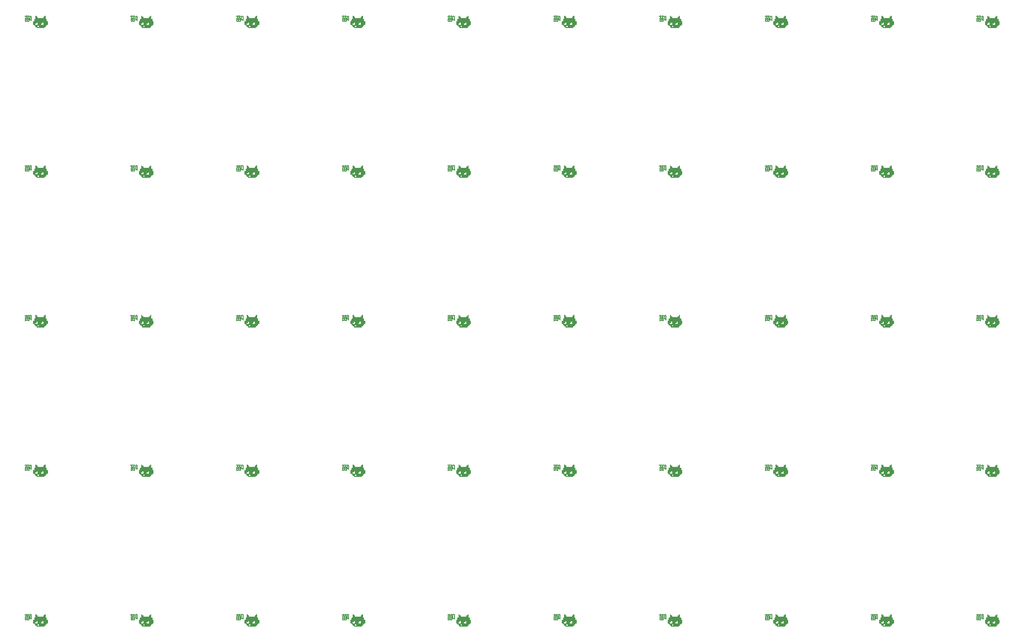
<source format=gbo>
G04 #@! TF.GenerationSoftware,KiCad,Pcbnew,7.0.0-da2b9df05c~165~ubuntu22.04.1*
G04 #@! TF.CreationDate,2023-12-10T21:50:17+00:00*
G04 #@! TF.ProjectId,kicad_miao-panel,6b696361-645f-46d6-9961-6f2d70616e65,rev?*
G04 #@! TF.SameCoordinates,Original*
G04 #@! TF.FileFunction,Legend,Bot*
G04 #@! TF.FilePolarity,Positive*
%FSLAX46Y46*%
G04 Gerber Fmt 4.6, Leading zero omitted, Abs format (unit mm)*
G04 Created by KiCad (PCBNEW 7.0.0-da2b9df05c~165~ubuntu22.04.1) date 2023-12-10 21:50:17*
%MOMM*%
%LPD*%
G01*
G04 APERTURE LIST*
%ADD10C,0.000000*%
%ADD11C,0.150000*%
G04 APERTURE END LIST*
D10*
G36*
X19845413Y124866163D02*
G01*
X19845406Y124863205D01*
X19844418Y124442959D01*
X19634431Y124442959D01*
X19634431Y124232972D01*
X19422958Y124231486D01*
X19421493Y124021447D01*
X19421473Y124018515D01*
X19210000Y124020000D01*
X19211485Y123810026D01*
X17729664Y123805556D01*
X17728178Y124017029D01*
X17515220Y124020000D01*
X17513727Y124229200D01*
X17942261Y124229200D01*
X17943010Y124020698D01*
X18151498Y124021447D01*
X18150762Y124229200D01*
X18150762Y124229949D01*
X17942261Y124229200D01*
X17513727Y124229200D01*
X17513721Y124229988D01*
X17305232Y124231486D01*
X17303737Y124444083D01*
X18575284Y124444083D01*
X18998088Y124444083D01*
X18998088Y124863205D01*
X18786951Y124863205D01*
X18786951Y124652585D01*
X18575284Y124652585D01*
X18575284Y124444083D01*
X17303737Y124444083D01*
X17303734Y124444445D01*
X17092261Y124444445D01*
X17092261Y124447042D01*
X17521240Y124447042D01*
X17944056Y124447042D01*
X17944056Y124866163D01*
X17732907Y124866163D01*
X17732907Y124655543D01*
X17521240Y124655543D01*
X17521240Y124447042D01*
X17092261Y124447042D01*
X17092261Y125077378D01*
X17302248Y125078876D01*
X17303734Y125503308D01*
X17512235Y125501822D01*
X17515220Y126136254D01*
X17728178Y126133269D01*
X17728178Y125923282D01*
X17944121Y125926266D01*
X17942635Y125714794D01*
X18997028Y125713295D01*
X18998527Y125924768D01*
X19208501Y125926266D01*
X19207015Y126139225D01*
X19424457Y126136254D01*
X19424457Y125501822D01*
X19635930Y125500336D01*
X19635930Y125078876D01*
X19845917Y125080362D01*
X19845413Y124866163D01*
G37*
G36*
X39625413Y124866163D02*
G01*
X39625406Y124863205D01*
X39624418Y124442959D01*
X39414431Y124442959D01*
X39414431Y124232972D01*
X39202958Y124231486D01*
X39201493Y124021447D01*
X39201473Y124018515D01*
X38990000Y124020000D01*
X38991485Y123810026D01*
X37509664Y123805556D01*
X37508178Y124017029D01*
X37295220Y124020000D01*
X37293727Y124229200D01*
X37722261Y124229200D01*
X37723010Y124020698D01*
X37931498Y124021447D01*
X37930762Y124229200D01*
X37930762Y124229949D01*
X37722261Y124229200D01*
X37293727Y124229200D01*
X37293721Y124229988D01*
X37085232Y124231486D01*
X37083737Y124444083D01*
X38355284Y124444083D01*
X38778088Y124444083D01*
X38778088Y124863205D01*
X38566951Y124863205D01*
X38566951Y124652585D01*
X38355284Y124652585D01*
X38355284Y124444083D01*
X37083737Y124444083D01*
X37083734Y124444445D01*
X36872261Y124444445D01*
X36872261Y124447042D01*
X37301240Y124447042D01*
X37724056Y124447042D01*
X37724056Y124866163D01*
X37512907Y124866163D01*
X37512907Y124655543D01*
X37301240Y124655543D01*
X37301240Y124447042D01*
X36872261Y124447042D01*
X36872261Y125077378D01*
X37082248Y125078876D01*
X37083734Y125503308D01*
X37292235Y125501822D01*
X37295220Y126136254D01*
X37508178Y126133269D01*
X37508178Y125923282D01*
X37724121Y125926266D01*
X37722635Y125714794D01*
X38777028Y125713295D01*
X38778527Y125924768D01*
X38988501Y125926266D01*
X38987015Y126139225D01*
X39204457Y126136254D01*
X39204457Y125501822D01*
X39415930Y125500336D01*
X39415930Y125078876D01*
X39625917Y125080362D01*
X39625413Y124866163D01*
G37*
G36*
X59405413Y124866163D02*
G01*
X59405406Y124863205D01*
X59404418Y124442959D01*
X59194431Y124442959D01*
X59194431Y124232972D01*
X58982958Y124231486D01*
X58981493Y124021447D01*
X58981473Y124018515D01*
X58770000Y124020000D01*
X58771485Y123810026D01*
X57289664Y123805556D01*
X57288178Y124017029D01*
X57075220Y124020000D01*
X57073727Y124229200D01*
X57502261Y124229200D01*
X57503010Y124020698D01*
X57711498Y124021447D01*
X57710762Y124229200D01*
X57710762Y124229949D01*
X57502261Y124229200D01*
X57073727Y124229200D01*
X57073721Y124229988D01*
X56865232Y124231486D01*
X56863737Y124444083D01*
X58135284Y124444083D01*
X58558088Y124444083D01*
X58558088Y124863205D01*
X58346951Y124863205D01*
X58346951Y124652585D01*
X58135284Y124652585D01*
X58135284Y124444083D01*
X56863737Y124444083D01*
X56863734Y124444445D01*
X56652261Y124444445D01*
X56652261Y124447042D01*
X57081240Y124447042D01*
X57504056Y124447042D01*
X57504056Y124866163D01*
X57292907Y124866163D01*
X57292907Y124655543D01*
X57081240Y124655543D01*
X57081240Y124447042D01*
X56652261Y124447042D01*
X56652261Y125077378D01*
X56862248Y125078876D01*
X56863734Y125503308D01*
X57072235Y125501822D01*
X57075220Y126136254D01*
X57288178Y126133269D01*
X57288178Y125923282D01*
X57504121Y125926266D01*
X57502635Y125714794D01*
X58557028Y125713295D01*
X58558527Y125924768D01*
X58768501Y125926266D01*
X58767015Y126139225D01*
X58984457Y126136254D01*
X58984457Y125501822D01*
X59195930Y125500336D01*
X59195930Y125078876D01*
X59405917Y125080362D01*
X59405413Y124866163D01*
G37*
G36*
X79185413Y124866163D02*
G01*
X79185406Y124863205D01*
X79184418Y124442959D01*
X78974431Y124442959D01*
X78974431Y124232972D01*
X78762958Y124231486D01*
X78761493Y124021447D01*
X78761473Y124018515D01*
X78550000Y124020000D01*
X78551485Y123810026D01*
X77069664Y123805556D01*
X77068178Y124017029D01*
X76855220Y124020000D01*
X76853727Y124229200D01*
X77282261Y124229200D01*
X77283010Y124020698D01*
X77491498Y124021447D01*
X77490762Y124229200D01*
X77490762Y124229949D01*
X77282261Y124229200D01*
X76853727Y124229200D01*
X76853721Y124229988D01*
X76645232Y124231486D01*
X76643737Y124444083D01*
X77915284Y124444083D01*
X78338088Y124444083D01*
X78338088Y124863205D01*
X78126951Y124863205D01*
X78126951Y124652585D01*
X77915284Y124652585D01*
X77915284Y124444083D01*
X76643737Y124444083D01*
X76643734Y124444445D01*
X76432261Y124444445D01*
X76432261Y124447042D01*
X76861240Y124447042D01*
X77284056Y124447042D01*
X77284056Y124866163D01*
X77072907Y124866163D01*
X77072907Y124655543D01*
X76861240Y124655543D01*
X76861240Y124447042D01*
X76432261Y124447042D01*
X76432261Y125077378D01*
X76642248Y125078876D01*
X76643734Y125503308D01*
X76852235Y125501822D01*
X76855220Y126136254D01*
X77068178Y126133269D01*
X77068178Y125923282D01*
X77284121Y125926266D01*
X77282635Y125714794D01*
X78337028Y125713295D01*
X78338527Y125924768D01*
X78548501Y125926266D01*
X78547015Y126139225D01*
X78764457Y126136254D01*
X78764457Y125501822D01*
X78975930Y125500336D01*
X78975930Y125078876D01*
X79185917Y125080362D01*
X79185413Y124866163D01*
G37*
G36*
X98965413Y124866163D02*
G01*
X98965406Y124863205D01*
X98964418Y124442959D01*
X98754431Y124442959D01*
X98754431Y124232972D01*
X98542958Y124231486D01*
X98541493Y124021447D01*
X98541473Y124018515D01*
X98330000Y124020000D01*
X98331485Y123810026D01*
X96849664Y123805556D01*
X96848178Y124017029D01*
X96635220Y124020000D01*
X96633727Y124229200D01*
X97062261Y124229200D01*
X97063010Y124020698D01*
X97271498Y124021447D01*
X97270762Y124229200D01*
X97270762Y124229949D01*
X97062261Y124229200D01*
X96633727Y124229200D01*
X96633721Y124229988D01*
X96425232Y124231486D01*
X96423737Y124444083D01*
X97695284Y124444083D01*
X98118088Y124444083D01*
X98118088Y124863205D01*
X97906951Y124863205D01*
X97906951Y124652585D01*
X97695284Y124652585D01*
X97695284Y124444083D01*
X96423737Y124444083D01*
X96423734Y124444445D01*
X96212261Y124444445D01*
X96212261Y124447042D01*
X96641240Y124447042D01*
X97064056Y124447042D01*
X97064056Y124866163D01*
X96852907Y124866163D01*
X96852907Y124655543D01*
X96641240Y124655543D01*
X96641240Y124447042D01*
X96212261Y124447042D01*
X96212261Y125077378D01*
X96422248Y125078876D01*
X96423734Y125503308D01*
X96632235Y125501822D01*
X96635220Y126136254D01*
X96848178Y126133269D01*
X96848178Y125923282D01*
X97064121Y125926266D01*
X97062635Y125714794D01*
X98117028Y125713295D01*
X98118527Y125924768D01*
X98328501Y125926266D01*
X98327015Y126139225D01*
X98544457Y126136254D01*
X98544457Y125501822D01*
X98755930Y125500336D01*
X98755930Y125078876D01*
X98965917Y125080362D01*
X98965413Y124866163D01*
G37*
G36*
X118745413Y124866163D02*
G01*
X118745406Y124863205D01*
X118744418Y124442959D01*
X118534431Y124442959D01*
X118534431Y124232972D01*
X118322958Y124231486D01*
X118321493Y124021447D01*
X118321473Y124018515D01*
X118110000Y124020000D01*
X118111485Y123810026D01*
X116629664Y123805556D01*
X116628178Y124017029D01*
X116415220Y124020000D01*
X116413727Y124229200D01*
X116842261Y124229200D01*
X116843010Y124020698D01*
X117051498Y124021447D01*
X117050762Y124229200D01*
X117050762Y124229949D01*
X116842261Y124229200D01*
X116413727Y124229200D01*
X116413721Y124229988D01*
X116205232Y124231486D01*
X116203737Y124444083D01*
X117475284Y124444083D01*
X117898088Y124444083D01*
X117898088Y124863205D01*
X117686951Y124863205D01*
X117686951Y124652585D01*
X117475284Y124652585D01*
X117475284Y124444083D01*
X116203737Y124444083D01*
X116203734Y124444445D01*
X115992261Y124444445D01*
X115992261Y124447042D01*
X116421240Y124447042D01*
X116844056Y124447042D01*
X116844056Y124866163D01*
X116632907Y124866163D01*
X116632907Y124655543D01*
X116421240Y124655543D01*
X116421240Y124447042D01*
X115992261Y124447042D01*
X115992261Y125077378D01*
X116202248Y125078876D01*
X116203734Y125503308D01*
X116412235Y125501822D01*
X116415220Y126136254D01*
X116628178Y126133269D01*
X116628178Y125923282D01*
X116844121Y125926266D01*
X116842635Y125714794D01*
X117897028Y125713295D01*
X117898527Y125924768D01*
X118108501Y125926266D01*
X118107015Y126139225D01*
X118324457Y126136254D01*
X118324457Y125501822D01*
X118535930Y125500336D01*
X118535930Y125078876D01*
X118745917Y125080362D01*
X118745413Y124866163D01*
G37*
G36*
X138525413Y124866163D02*
G01*
X138525406Y124863205D01*
X138524418Y124442959D01*
X138314431Y124442959D01*
X138314431Y124232972D01*
X138102958Y124231486D01*
X138101493Y124021447D01*
X138101473Y124018515D01*
X137890000Y124020000D01*
X137891485Y123810026D01*
X136409664Y123805556D01*
X136408178Y124017029D01*
X136195220Y124020000D01*
X136193727Y124229200D01*
X136622261Y124229200D01*
X136623010Y124020698D01*
X136831498Y124021447D01*
X136830762Y124229200D01*
X136830762Y124229949D01*
X136622261Y124229200D01*
X136193727Y124229200D01*
X136193721Y124229988D01*
X135985232Y124231486D01*
X135983737Y124444083D01*
X137255284Y124444083D01*
X137678088Y124444083D01*
X137678088Y124863205D01*
X137466951Y124863205D01*
X137466951Y124652585D01*
X137255284Y124652585D01*
X137255284Y124444083D01*
X135983737Y124444083D01*
X135983734Y124444445D01*
X135772261Y124444445D01*
X135772261Y124447042D01*
X136201240Y124447042D01*
X136624056Y124447042D01*
X136624056Y124866163D01*
X136412907Y124866163D01*
X136412907Y124655543D01*
X136201240Y124655543D01*
X136201240Y124447042D01*
X135772261Y124447042D01*
X135772261Y125077378D01*
X135982248Y125078876D01*
X135983734Y125503308D01*
X136192235Y125501822D01*
X136195220Y126136254D01*
X136408178Y126133269D01*
X136408178Y125923282D01*
X136624121Y125926266D01*
X136622635Y125714794D01*
X137677028Y125713295D01*
X137678527Y125924768D01*
X137888501Y125926266D01*
X137887015Y126139225D01*
X138104457Y126136254D01*
X138104457Y125501822D01*
X138315930Y125500336D01*
X138315930Y125078876D01*
X138525917Y125080362D01*
X138525413Y124866163D01*
G37*
G36*
X158305413Y124866163D02*
G01*
X158305406Y124863205D01*
X158304418Y124442959D01*
X158094431Y124442959D01*
X158094431Y124232972D01*
X157882958Y124231486D01*
X157881493Y124021447D01*
X157881473Y124018515D01*
X157670000Y124020000D01*
X157671485Y123810026D01*
X156189664Y123805556D01*
X156188178Y124017029D01*
X155975220Y124020000D01*
X155973727Y124229200D01*
X156402261Y124229200D01*
X156403010Y124020698D01*
X156611498Y124021447D01*
X156610762Y124229200D01*
X156610762Y124229949D01*
X156402261Y124229200D01*
X155973727Y124229200D01*
X155973721Y124229988D01*
X155765232Y124231486D01*
X155763737Y124444083D01*
X157035284Y124444083D01*
X157458088Y124444083D01*
X157458088Y124863205D01*
X157246951Y124863205D01*
X157246951Y124652585D01*
X157035284Y124652585D01*
X157035284Y124444083D01*
X155763737Y124444083D01*
X155763734Y124444445D01*
X155552261Y124444445D01*
X155552261Y124447042D01*
X155981240Y124447042D01*
X156404056Y124447042D01*
X156404056Y124866163D01*
X156192907Y124866163D01*
X156192907Y124655543D01*
X155981240Y124655543D01*
X155981240Y124447042D01*
X155552261Y124447042D01*
X155552261Y125077378D01*
X155762248Y125078876D01*
X155763734Y125503308D01*
X155972235Y125501822D01*
X155975220Y126136254D01*
X156188178Y126133269D01*
X156188178Y125923282D01*
X156404121Y125926266D01*
X156402635Y125714794D01*
X157457028Y125713295D01*
X157458527Y125924768D01*
X157668501Y125926266D01*
X157667015Y126139225D01*
X157884457Y126136254D01*
X157884457Y125501822D01*
X158095930Y125500336D01*
X158095930Y125078876D01*
X158305917Y125080362D01*
X158305413Y124866163D01*
G37*
G36*
X178085413Y124866163D02*
G01*
X178085406Y124863205D01*
X178084418Y124442959D01*
X177874431Y124442959D01*
X177874431Y124232972D01*
X177662958Y124231486D01*
X177661493Y124021447D01*
X177661473Y124018515D01*
X177450000Y124020000D01*
X177451485Y123810026D01*
X175969664Y123805556D01*
X175968178Y124017029D01*
X175755220Y124020000D01*
X175753727Y124229200D01*
X176182261Y124229200D01*
X176183010Y124020698D01*
X176391498Y124021447D01*
X176390762Y124229200D01*
X176390762Y124229949D01*
X176182261Y124229200D01*
X175753727Y124229200D01*
X175753721Y124229988D01*
X175545232Y124231486D01*
X175543737Y124444083D01*
X176815284Y124444083D01*
X177238088Y124444083D01*
X177238088Y124863205D01*
X177026951Y124863205D01*
X177026951Y124652585D01*
X176815284Y124652585D01*
X176815284Y124444083D01*
X175543737Y124444083D01*
X175543734Y124444445D01*
X175332261Y124444445D01*
X175332261Y124447042D01*
X175761240Y124447042D01*
X176184056Y124447042D01*
X176184056Y124866163D01*
X175972907Y124866163D01*
X175972907Y124655543D01*
X175761240Y124655543D01*
X175761240Y124447042D01*
X175332261Y124447042D01*
X175332261Y125077378D01*
X175542248Y125078876D01*
X175543734Y125503308D01*
X175752235Y125501822D01*
X175755220Y126136254D01*
X175968178Y126133269D01*
X175968178Y125923282D01*
X176184121Y125926266D01*
X176182635Y125714794D01*
X177237028Y125713295D01*
X177238527Y125924768D01*
X177448501Y125926266D01*
X177447015Y126139225D01*
X177664457Y126136254D01*
X177664457Y125501822D01*
X177875930Y125500336D01*
X177875930Y125078876D01*
X178085917Y125080362D01*
X178085413Y124866163D01*
G37*
G36*
X197865413Y124866163D02*
G01*
X197865406Y124863205D01*
X197864418Y124442959D01*
X197654431Y124442959D01*
X197654431Y124232972D01*
X197442958Y124231486D01*
X197441493Y124021447D01*
X197441473Y124018515D01*
X197230000Y124020000D01*
X197231485Y123810026D01*
X195749664Y123805556D01*
X195748178Y124017029D01*
X195535220Y124020000D01*
X195533727Y124229200D01*
X195962261Y124229200D01*
X195963010Y124020698D01*
X196171498Y124021447D01*
X196170762Y124229200D01*
X196170762Y124229949D01*
X195962261Y124229200D01*
X195533727Y124229200D01*
X195533721Y124229988D01*
X195325232Y124231486D01*
X195323737Y124444083D01*
X196595284Y124444083D01*
X197018088Y124444083D01*
X197018088Y124863205D01*
X196806951Y124863205D01*
X196806951Y124652585D01*
X196595284Y124652585D01*
X196595284Y124444083D01*
X195323737Y124444083D01*
X195323734Y124444445D01*
X195112261Y124444445D01*
X195112261Y124447042D01*
X195541240Y124447042D01*
X195964056Y124447042D01*
X195964056Y124866163D01*
X195752907Y124866163D01*
X195752907Y124655543D01*
X195541240Y124655543D01*
X195541240Y124447042D01*
X195112261Y124447042D01*
X195112261Y125077378D01*
X195322248Y125078876D01*
X195323734Y125503308D01*
X195532235Y125501822D01*
X195535220Y126136254D01*
X195748178Y126133269D01*
X195748178Y125923282D01*
X195964121Y125926266D01*
X195962635Y125714794D01*
X197017028Y125713295D01*
X197018527Y125924768D01*
X197228501Y125926266D01*
X197227015Y126139225D01*
X197444457Y126136254D01*
X197444457Y125501822D01*
X197655930Y125500336D01*
X197655930Y125078876D01*
X197865917Y125080362D01*
X197865413Y124866163D01*
G37*
G36*
X19845413Y96866163D02*
G01*
X19845406Y96863205D01*
X19844418Y96442959D01*
X19634431Y96442959D01*
X19634431Y96232972D01*
X19422958Y96231486D01*
X19421493Y96021447D01*
X19421473Y96018515D01*
X19210000Y96020000D01*
X19211485Y95810026D01*
X17729664Y95805556D01*
X17728178Y96017029D01*
X17515220Y96020000D01*
X17513727Y96229200D01*
X17942261Y96229200D01*
X17943010Y96020698D01*
X18151498Y96021447D01*
X18150762Y96229200D01*
X18150762Y96229949D01*
X17942261Y96229200D01*
X17513727Y96229200D01*
X17513721Y96229988D01*
X17305232Y96231486D01*
X17303737Y96444083D01*
X18575284Y96444083D01*
X18998088Y96444083D01*
X18998088Y96863205D01*
X18786951Y96863205D01*
X18786951Y96652585D01*
X18575284Y96652585D01*
X18575284Y96444083D01*
X17303737Y96444083D01*
X17303734Y96444445D01*
X17092261Y96444445D01*
X17092261Y96447042D01*
X17521240Y96447042D01*
X17944056Y96447042D01*
X17944056Y96866163D01*
X17732907Y96866163D01*
X17732907Y96655543D01*
X17521240Y96655543D01*
X17521240Y96447042D01*
X17092261Y96447042D01*
X17092261Y97077378D01*
X17302248Y97078876D01*
X17303734Y97503308D01*
X17512235Y97501822D01*
X17515220Y98136254D01*
X17728178Y98133269D01*
X17728178Y97923282D01*
X17944121Y97926266D01*
X17942635Y97714794D01*
X18997028Y97713295D01*
X18998527Y97924768D01*
X19208501Y97926266D01*
X19207015Y98139225D01*
X19424457Y98136254D01*
X19424457Y97501822D01*
X19635930Y97500336D01*
X19635930Y97078876D01*
X19845917Y97080362D01*
X19845413Y96866163D01*
G37*
G36*
X39625413Y96866163D02*
G01*
X39625406Y96863205D01*
X39624418Y96442959D01*
X39414431Y96442959D01*
X39414431Y96232972D01*
X39202958Y96231486D01*
X39201493Y96021447D01*
X39201473Y96018515D01*
X38990000Y96020000D01*
X38991485Y95810026D01*
X37509664Y95805556D01*
X37508178Y96017029D01*
X37295220Y96020000D01*
X37293727Y96229200D01*
X37722261Y96229200D01*
X37723010Y96020698D01*
X37931498Y96021447D01*
X37930762Y96229200D01*
X37930762Y96229949D01*
X37722261Y96229200D01*
X37293727Y96229200D01*
X37293721Y96229988D01*
X37085232Y96231486D01*
X37083737Y96444083D01*
X38355284Y96444083D01*
X38778088Y96444083D01*
X38778088Y96863205D01*
X38566951Y96863205D01*
X38566951Y96652585D01*
X38355284Y96652585D01*
X38355284Y96444083D01*
X37083737Y96444083D01*
X37083734Y96444445D01*
X36872261Y96444445D01*
X36872261Y96447042D01*
X37301240Y96447042D01*
X37724056Y96447042D01*
X37724056Y96866163D01*
X37512907Y96866163D01*
X37512907Y96655543D01*
X37301240Y96655543D01*
X37301240Y96447042D01*
X36872261Y96447042D01*
X36872261Y97077378D01*
X37082248Y97078876D01*
X37083734Y97503308D01*
X37292235Y97501822D01*
X37295220Y98136254D01*
X37508178Y98133269D01*
X37508178Y97923282D01*
X37724121Y97926266D01*
X37722635Y97714794D01*
X38777028Y97713295D01*
X38778527Y97924768D01*
X38988501Y97926266D01*
X38987015Y98139225D01*
X39204457Y98136254D01*
X39204457Y97501822D01*
X39415930Y97500336D01*
X39415930Y97078876D01*
X39625917Y97080362D01*
X39625413Y96866163D01*
G37*
G36*
X59405413Y96866163D02*
G01*
X59405406Y96863205D01*
X59404418Y96442959D01*
X59194431Y96442959D01*
X59194431Y96232972D01*
X58982958Y96231486D01*
X58981493Y96021447D01*
X58981473Y96018515D01*
X58770000Y96020000D01*
X58771485Y95810026D01*
X57289664Y95805556D01*
X57288178Y96017029D01*
X57075220Y96020000D01*
X57073727Y96229200D01*
X57502261Y96229200D01*
X57503010Y96020698D01*
X57711498Y96021447D01*
X57710762Y96229200D01*
X57710762Y96229949D01*
X57502261Y96229200D01*
X57073727Y96229200D01*
X57073721Y96229988D01*
X56865232Y96231486D01*
X56863737Y96444083D01*
X58135284Y96444083D01*
X58558088Y96444083D01*
X58558088Y96863205D01*
X58346951Y96863205D01*
X58346951Y96652585D01*
X58135284Y96652585D01*
X58135284Y96444083D01*
X56863737Y96444083D01*
X56863734Y96444445D01*
X56652261Y96444445D01*
X56652261Y96447042D01*
X57081240Y96447042D01*
X57504056Y96447042D01*
X57504056Y96866163D01*
X57292907Y96866163D01*
X57292907Y96655543D01*
X57081240Y96655543D01*
X57081240Y96447042D01*
X56652261Y96447042D01*
X56652261Y97077378D01*
X56862248Y97078876D01*
X56863734Y97503308D01*
X57072235Y97501822D01*
X57075220Y98136254D01*
X57288178Y98133269D01*
X57288178Y97923282D01*
X57504121Y97926266D01*
X57502635Y97714794D01*
X58557028Y97713295D01*
X58558527Y97924768D01*
X58768501Y97926266D01*
X58767015Y98139225D01*
X58984457Y98136254D01*
X58984457Y97501822D01*
X59195930Y97500336D01*
X59195930Y97078876D01*
X59405917Y97080362D01*
X59405413Y96866163D01*
G37*
G36*
X79185413Y96866163D02*
G01*
X79185406Y96863205D01*
X79184418Y96442959D01*
X78974431Y96442959D01*
X78974431Y96232972D01*
X78762958Y96231486D01*
X78761493Y96021447D01*
X78761473Y96018515D01*
X78550000Y96020000D01*
X78551485Y95810026D01*
X77069664Y95805556D01*
X77068178Y96017029D01*
X76855220Y96020000D01*
X76853727Y96229200D01*
X77282261Y96229200D01*
X77283010Y96020698D01*
X77491498Y96021447D01*
X77490762Y96229200D01*
X77490762Y96229949D01*
X77282261Y96229200D01*
X76853727Y96229200D01*
X76853721Y96229988D01*
X76645232Y96231486D01*
X76643737Y96444083D01*
X77915284Y96444083D01*
X78338088Y96444083D01*
X78338088Y96863205D01*
X78126951Y96863205D01*
X78126951Y96652585D01*
X77915284Y96652585D01*
X77915284Y96444083D01*
X76643737Y96444083D01*
X76643734Y96444445D01*
X76432261Y96444445D01*
X76432261Y96447042D01*
X76861240Y96447042D01*
X77284056Y96447042D01*
X77284056Y96866163D01*
X77072907Y96866163D01*
X77072907Y96655543D01*
X76861240Y96655543D01*
X76861240Y96447042D01*
X76432261Y96447042D01*
X76432261Y97077378D01*
X76642248Y97078876D01*
X76643734Y97503308D01*
X76852235Y97501822D01*
X76855220Y98136254D01*
X77068178Y98133269D01*
X77068178Y97923282D01*
X77284121Y97926266D01*
X77282635Y97714794D01*
X78337028Y97713295D01*
X78338527Y97924768D01*
X78548501Y97926266D01*
X78547015Y98139225D01*
X78764457Y98136254D01*
X78764457Y97501822D01*
X78975930Y97500336D01*
X78975930Y97078876D01*
X79185917Y97080362D01*
X79185413Y96866163D01*
G37*
G36*
X98965413Y96866163D02*
G01*
X98965406Y96863205D01*
X98964418Y96442959D01*
X98754431Y96442959D01*
X98754431Y96232972D01*
X98542958Y96231486D01*
X98541493Y96021447D01*
X98541473Y96018515D01*
X98330000Y96020000D01*
X98331485Y95810026D01*
X96849664Y95805556D01*
X96848178Y96017029D01*
X96635220Y96020000D01*
X96633727Y96229200D01*
X97062261Y96229200D01*
X97063010Y96020698D01*
X97271498Y96021447D01*
X97270762Y96229200D01*
X97270762Y96229949D01*
X97062261Y96229200D01*
X96633727Y96229200D01*
X96633721Y96229988D01*
X96425232Y96231486D01*
X96423737Y96444083D01*
X97695284Y96444083D01*
X98118088Y96444083D01*
X98118088Y96863205D01*
X97906951Y96863205D01*
X97906951Y96652585D01*
X97695284Y96652585D01*
X97695284Y96444083D01*
X96423737Y96444083D01*
X96423734Y96444445D01*
X96212261Y96444445D01*
X96212261Y96447042D01*
X96641240Y96447042D01*
X97064056Y96447042D01*
X97064056Y96866163D01*
X96852907Y96866163D01*
X96852907Y96655543D01*
X96641240Y96655543D01*
X96641240Y96447042D01*
X96212261Y96447042D01*
X96212261Y97077378D01*
X96422248Y97078876D01*
X96423734Y97503308D01*
X96632235Y97501822D01*
X96635220Y98136254D01*
X96848178Y98133269D01*
X96848178Y97923282D01*
X97064121Y97926266D01*
X97062635Y97714794D01*
X98117028Y97713295D01*
X98118527Y97924768D01*
X98328501Y97926266D01*
X98327015Y98139225D01*
X98544457Y98136254D01*
X98544457Y97501822D01*
X98755930Y97500336D01*
X98755930Y97078876D01*
X98965917Y97080362D01*
X98965413Y96866163D01*
G37*
G36*
X118745413Y96866163D02*
G01*
X118745406Y96863205D01*
X118744418Y96442959D01*
X118534431Y96442959D01*
X118534431Y96232972D01*
X118322958Y96231486D01*
X118321493Y96021447D01*
X118321473Y96018515D01*
X118110000Y96020000D01*
X118111485Y95810026D01*
X116629664Y95805556D01*
X116628178Y96017029D01*
X116415220Y96020000D01*
X116413727Y96229200D01*
X116842261Y96229200D01*
X116843010Y96020698D01*
X117051498Y96021447D01*
X117050762Y96229200D01*
X117050762Y96229949D01*
X116842261Y96229200D01*
X116413727Y96229200D01*
X116413721Y96229988D01*
X116205232Y96231486D01*
X116203737Y96444083D01*
X117475284Y96444083D01*
X117898088Y96444083D01*
X117898088Y96863205D01*
X117686951Y96863205D01*
X117686951Y96652585D01*
X117475284Y96652585D01*
X117475284Y96444083D01*
X116203737Y96444083D01*
X116203734Y96444445D01*
X115992261Y96444445D01*
X115992261Y96447042D01*
X116421240Y96447042D01*
X116844056Y96447042D01*
X116844056Y96866163D01*
X116632907Y96866163D01*
X116632907Y96655543D01*
X116421240Y96655543D01*
X116421240Y96447042D01*
X115992261Y96447042D01*
X115992261Y97077378D01*
X116202248Y97078876D01*
X116203734Y97503308D01*
X116412235Y97501822D01*
X116415220Y98136254D01*
X116628178Y98133269D01*
X116628178Y97923282D01*
X116844121Y97926266D01*
X116842635Y97714794D01*
X117897028Y97713295D01*
X117898527Y97924768D01*
X118108501Y97926266D01*
X118107015Y98139225D01*
X118324457Y98136254D01*
X118324457Y97501822D01*
X118535930Y97500336D01*
X118535930Y97078876D01*
X118745917Y97080362D01*
X118745413Y96866163D01*
G37*
G36*
X138525413Y96866163D02*
G01*
X138525406Y96863205D01*
X138524418Y96442959D01*
X138314431Y96442959D01*
X138314431Y96232972D01*
X138102958Y96231486D01*
X138101493Y96021447D01*
X138101473Y96018515D01*
X137890000Y96020000D01*
X137891485Y95810026D01*
X136409664Y95805556D01*
X136408178Y96017029D01*
X136195220Y96020000D01*
X136193727Y96229200D01*
X136622261Y96229200D01*
X136623010Y96020698D01*
X136831498Y96021447D01*
X136830762Y96229200D01*
X136830762Y96229949D01*
X136622261Y96229200D01*
X136193727Y96229200D01*
X136193721Y96229988D01*
X135985232Y96231486D01*
X135983737Y96444083D01*
X137255284Y96444083D01*
X137678088Y96444083D01*
X137678088Y96863205D01*
X137466951Y96863205D01*
X137466951Y96652585D01*
X137255284Y96652585D01*
X137255284Y96444083D01*
X135983737Y96444083D01*
X135983734Y96444445D01*
X135772261Y96444445D01*
X135772261Y96447042D01*
X136201240Y96447042D01*
X136624056Y96447042D01*
X136624056Y96866163D01*
X136412907Y96866163D01*
X136412907Y96655543D01*
X136201240Y96655543D01*
X136201240Y96447042D01*
X135772261Y96447042D01*
X135772261Y97077378D01*
X135982248Y97078876D01*
X135983734Y97503308D01*
X136192235Y97501822D01*
X136195220Y98136254D01*
X136408178Y98133269D01*
X136408178Y97923282D01*
X136624121Y97926266D01*
X136622635Y97714794D01*
X137677028Y97713295D01*
X137678527Y97924768D01*
X137888501Y97926266D01*
X137887015Y98139225D01*
X138104457Y98136254D01*
X138104457Y97501822D01*
X138315930Y97500336D01*
X138315930Y97078876D01*
X138525917Y97080362D01*
X138525413Y96866163D01*
G37*
G36*
X158305413Y96866163D02*
G01*
X158305406Y96863205D01*
X158304418Y96442959D01*
X158094431Y96442959D01*
X158094431Y96232972D01*
X157882958Y96231486D01*
X157881493Y96021447D01*
X157881473Y96018515D01*
X157670000Y96020000D01*
X157671485Y95810026D01*
X156189664Y95805556D01*
X156188178Y96017029D01*
X155975220Y96020000D01*
X155973727Y96229200D01*
X156402261Y96229200D01*
X156403010Y96020698D01*
X156611498Y96021447D01*
X156610762Y96229200D01*
X156610762Y96229949D01*
X156402261Y96229200D01*
X155973727Y96229200D01*
X155973721Y96229988D01*
X155765232Y96231486D01*
X155763737Y96444083D01*
X157035284Y96444083D01*
X157458088Y96444083D01*
X157458088Y96863205D01*
X157246951Y96863205D01*
X157246951Y96652585D01*
X157035284Y96652585D01*
X157035284Y96444083D01*
X155763737Y96444083D01*
X155763734Y96444445D01*
X155552261Y96444445D01*
X155552261Y96447042D01*
X155981240Y96447042D01*
X156404056Y96447042D01*
X156404056Y96866163D01*
X156192907Y96866163D01*
X156192907Y96655543D01*
X155981240Y96655543D01*
X155981240Y96447042D01*
X155552261Y96447042D01*
X155552261Y97077378D01*
X155762248Y97078876D01*
X155763734Y97503308D01*
X155972235Y97501822D01*
X155975220Y98136254D01*
X156188178Y98133269D01*
X156188178Y97923282D01*
X156404121Y97926266D01*
X156402635Y97714794D01*
X157457028Y97713295D01*
X157458527Y97924768D01*
X157668501Y97926266D01*
X157667015Y98139225D01*
X157884457Y98136254D01*
X157884457Y97501822D01*
X158095930Y97500336D01*
X158095930Y97078876D01*
X158305917Y97080362D01*
X158305413Y96866163D01*
G37*
G36*
X178085413Y96866163D02*
G01*
X178085406Y96863205D01*
X178084418Y96442959D01*
X177874431Y96442959D01*
X177874431Y96232972D01*
X177662958Y96231486D01*
X177661493Y96021447D01*
X177661473Y96018515D01*
X177450000Y96020000D01*
X177451485Y95810026D01*
X175969664Y95805556D01*
X175968178Y96017029D01*
X175755220Y96020000D01*
X175753727Y96229200D01*
X176182261Y96229200D01*
X176183010Y96020698D01*
X176391498Y96021447D01*
X176390762Y96229200D01*
X176390762Y96229949D01*
X176182261Y96229200D01*
X175753727Y96229200D01*
X175753721Y96229988D01*
X175545232Y96231486D01*
X175543737Y96444083D01*
X176815284Y96444083D01*
X177238088Y96444083D01*
X177238088Y96863205D01*
X177026951Y96863205D01*
X177026951Y96652585D01*
X176815284Y96652585D01*
X176815284Y96444083D01*
X175543737Y96444083D01*
X175543734Y96444445D01*
X175332261Y96444445D01*
X175332261Y96447042D01*
X175761240Y96447042D01*
X176184056Y96447042D01*
X176184056Y96866163D01*
X175972907Y96866163D01*
X175972907Y96655543D01*
X175761240Y96655543D01*
X175761240Y96447042D01*
X175332261Y96447042D01*
X175332261Y97077378D01*
X175542248Y97078876D01*
X175543734Y97503308D01*
X175752235Y97501822D01*
X175755220Y98136254D01*
X175968178Y98133269D01*
X175968178Y97923282D01*
X176184121Y97926266D01*
X176182635Y97714794D01*
X177237028Y97713295D01*
X177238527Y97924768D01*
X177448501Y97926266D01*
X177447015Y98139225D01*
X177664457Y98136254D01*
X177664457Y97501822D01*
X177875930Y97500336D01*
X177875930Y97078876D01*
X178085917Y97080362D01*
X178085413Y96866163D01*
G37*
G36*
X197865413Y96866163D02*
G01*
X197865406Y96863205D01*
X197864418Y96442959D01*
X197654431Y96442959D01*
X197654431Y96232972D01*
X197442958Y96231486D01*
X197441493Y96021447D01*
X197441473Y96018515D01*
X197230000Y96020000D01*
X197231485Y95810026D01*
X195749664Y95805556D01*
X195748178Y96017029D01*
X195535220Y96020000D01*
X195533727Y96229200D01*
X195962261Y96229200D01*
X195963010Y96020698D01*
X196171498Y96021447D01*
X196170762Y96229200D01*
X196170762Y96229949D01*
X195962261Y96229200D01*
X195533727Y96229200D01*
X195533721Y96229988D01*
X195325232Y96231486D01*
X195323737Y96444083D01*
X196595284Y96444083D01*
X197018088Y96444083D01*
X197018088Y96863205D01*
X196806951Y96863205D01*
X196806951Y96652585D01*
X196595284Y96652585D01*
X196595284Y96444083D01*
X195323737Y96444083D01*
X195323734Y96444445D01*
X195112261Y96444445D01*
X195112261Y96447042D01*
X195541240Y96447042D01*
X195964056Y96447042D01*
X195964056Y96866163D01*
X195752907Y96866163D01*
X195752907Y96655543D01*
X195541240Y96655543D01*
X195541240Y96447042D01*
X195112261Y96447042D01*
X195112261Y97077378D01*
X195322248Y97078876D01*
X195323734Y97503308D01*
X195532235Y97501822D01*
X195535220Y98136254D01*
X195748178Y98133269D01*
X195748178Y97923282D01*
X195964121Y97926266D01*
X195962635Y97714794D01*
X197017028Y97713295D01*
X197018527Y97924768D01*
X197228501Y97926266D01*
X197227015Y98139225D01*
X197444457Y98136254D01*
X197444457Y97501822D01*
X197655930Y97500336D01*
X197655930Y97078876D01*
X197865917Y97080362D01*
X197865413Y96866163D01*
G37*
G36*
X19845413Y68866163D02*
G01*
X19845406Y68863205D01*
X19844418Y68442959D01*
X19634431Y68442959D01*
X19634431Y68232972D01*
X19422958Y68231486D01*
X19421493Y68021447D01*
X19421473Y68018515D01*
X19210000Y68020000D01*
X19211485Y67810026D01*
X17729664Y67805556D01*
X17728178Y68017029D01*
X17515220Y68020000D01*
X17513727Y68229200D01*
X17942261Y68229200D01*
X17943010Y68020698D01*
X18151498Y68021447D01*
X18150762Y68229200D01*
X18150762Y68229949D01*
X17942261Y68229200D01*
X17513727Y68229200D01*
X17513721Y68229988D01*
X17305232Y68231486D01*
X17303737Y68444083D01*
X18575284Y68444083D01*
X18998088Y68444083D01*
X18998088Y68863205D01*
X18786951Y68863205D01*
X18786951Y68652585D01*
X18575284Y68652585D01*
X18575284Y68444083D01*
X17303737Y68444083D01*
X17303734Y68444445D01*
X17092261Y68444445D01*
X17092261Y68447042D01*
X17521240Y68447042D01*
X17944056Y68447042D01*
X17944056Y68866163D01*
X17732907Y68866163D01*
X17732907Y68655543D01*
X17521240Y68655543D01*
X17521240Y68447042D01*
X17092261Y68447042D01*
X17092261Y69077378D01*
X17302248Y69078876D01*
X17303734Y69503308D01*
X17512235Y69501822D01*
X17515220Y70136254D01*
X17728178Y70133269D01*
X17728178Y69923282D01*
X17944121Y69926266D01*
X17942635Y69714794D01*
X18997028Y69713295D01*
X18998527Y69924768D01*
X19208501Y69926266D01*
X19207015Y70139225D01*
X19424457Y70136254D01*
X19424457Y69501822D01*
X19635930Y69500336D01*
X19635930Y69078876D01*
X19845917Y69080362D01*
X19845413Y68866163D01*
G37*
G36*
X39625413Y68866163D02*
G01*
X39625406Y68863205D01*
X39624418Y68442959D01*
X39414431Y68442959D01*
X39414431Y68232972D01*
X39202958Y68231486D01*
X39201493Y68021447D01*
X39201473Y68018515D01*
X38990000Y68020000D01*
X38991485Y67810026D01*
X37509664Y67805556D01*
X37508178Y68017029D01*
X37295220Y68020000D01*
X37293727Y68229200D01*
X37722261Y68229200D01*
X37723010Y68020698D01*
X37931498Y68021447D01*
X37930762Y68229200D01*
X37930762Y68229949D01*
X37722261Y68229200D01*
X37293727Y68229200D01*
X37293721Y68229988D01*
X37085232Y68231486D01*
X37083737Y68444083D01*
X38355284Y68444083D01*
X38778088Y68444083D01*
X38778088Y68863205D01*
X38566951Y68863205D01*
X38566951Y68652585D01*
X38355284Y68652585D01*
X38355284Y68444083D01*
X37083737Y68444083D01*
X37083734Y68444445D01*
X36872261Y68444445D01*
X36872261Y68447042D01*
X37301240Y68447042D01*
X37724056Y68447042D01*
X37724056Y68866163D01*
X37512907Y68866163D01*
X37512907Y68655543D01*
X37301240Y68655543D01*
X37301240Y68447042D01*
X36872261Y68447042D01*
X36872261Y69077378D01*
X37082248Y69078876D01*
X37083734Y69503308D01*
X37292235Y69501822D01*
X37295220Y70136254D01*
X37508178Y70133269D01*
X37508178Y69923282D01*
X37724121Y69926266D01*
X37722635Y69714794D01*
X38777028Y69713295D01*
X38778527Y69924768D01*
X38988501Y69926266D01*
X38987015Y70139225D01*
X39204457Y70136254D01*
X39204457Y69501822D01*
X39415930Y69500336D01*
X39415930Y69078876D01*
X39625917Y69080362D01*
X39625413Y68866163D01*
G37*
G36*
X59405413Y68866163D02*
G01*
X59405406Y68863205D01*
X59404418Y68442959D01*
X59194431Y68442959D01*
X59194431Y68232972D01*
X58982958Y68231486D01*
X58981493Y68021447D01*
X58981473Y68018515D01*
X58770000Y68020000D01*
X58771485Y67810026D01*
X57289664Y67805556D01*
X57288178Y68017029D01*
X57075220Y68020000D01*
X57073727Y68229200D01*
X57502261Y68229200D01*
X57503010Y68020698D01*
X57711498Y68021447D01*
X57710762Y68229200D01*
X57710762Y68229949D01*
X57502261Y68229200D01*
X57073727Y68229200D01*
X57073721Y68229988D01*
X56865232Y68231486D01*
X56863737Y68444083D01*
X58135284Y68444083D01*
X58558088Y68444083D01*
X58558088Y68863205D01*
X58346951Y68863205D01*
X58346951Y68652585D01*
X58135284Y68652585D01*
X58135284Y68444083D01*
X56863737Y68444083D01*
X56863734Y68444445D01*
X56652261Y68444445D01*
X56652261Y68447042D01*
X57081240Y68447042D01*
X57504056Y68447042D01*
X57504056Y68866163D01*
X57292907Y68866163D01*
X57292907Y68655543D01*
X57081240Y68655543D01*
X57081240Y68447042D01*
X56652261Y68447042D01*
X56652261Y69077378D01*
X56862248Y69078876D01*
X56863734Y69503308D01*
X57072235Y69501822D01*
X57075220Y70136254D01*
X57288178Y70133269D01*
X57288178Y69923282D01*
X57504121Y69926266D01*
X57502635Y69714794D01*
X58557028Y69713295D01*
X58558527Y69924768D01*
X58768501Y69926266D01*
X58767015Y70139225D01*
X58984457Y70136254D01*
X58984457Y69501822D01*
X59195930Y69500336D01*
X59195930Y69078876D01*
X59405917Y69080362D01*
X59405413Y68866163D01*
G37*
G36*
X79185413Y68866163D02*
G01*
X79185406Y68863205D01*
X79184418Y68442959D01*
X78974431Y68442959D01*
X78974431Y68232972D01*
X78762958Y68231486D01*
X78761493Y68021447D01*
X78761473Y68018515D01*
X78550000Y68020000D01*
X78551485Y67810026D01*
X77069664Y67805556D01*
X77068178Y68017029D01*
X76855220Y68020000D01*
X76853727Y68229200D01*
X77282261Y68229200D01*
X77283010Y68020698D01*
X77491498Y68021447D01*
X77490762Y68229200D01*
X77490762Y68229949D01*
X77282261Y68229200D01*
X76853727Y68229200D01*
X76853721Y68229988D01*
X76645232Y68231486D01*
X76643737Y68444083D01*
X77915284Y68444083D01*
X78338088Y68444083D01*
X78338088Y68863205D01*
X78126951Y68863205D01*
X78126951Y68652585D01*
X77915284Y68652585D01*
X77915284Y68444083D01*
X76643737Y68444083D01*
X76643734Y68444445D01*
X76432261Y68444445D01*
X76432261Y68447042D01*
X76861240Y68447042D01*
X77284056Y68447042D01*
X77284056Y68866163D01*
X77072907Y68866163D01*
X77072907Y68655543D01*
X76861240Y68655543D01*
X76861240Y68447042D01*
X76432261Y68447042D01*
X76432261Y69077378D01*
X76642248Y69078876D01*
X76643734Y69503308D01*
X76852235Y69501822D01*
X76855220Y70136254D01*
X77068178Y70133269D01*
X77068178Y69923282D01*
X77284121Y69926266D01*
X77282635Y69714794D01*
X78337028Y69713295D01*
X78338527Y69924768D01*
X78548501Y69926266D01*
X78547015Y70139225D01*
X78764457Y70136254D01*
X78764457Y69501822D01*
X78975930Y69500336D01*
X78975930Y69078876D01*
X79185917Y69080362D01*
X79185413Y68866163D01*
G37*
G36*
X98965413Y68866163D02*
G01*
X98965406Y68863205D01*
X98964418Y68442959D01*
X98754431Y68442959D01*
X98754431Y68232972D01*
X98542958Y68231486D01*
X98541493Y68021447D01*
X98541473Y68018515D01*
X98330000Y68020000D01*
X98331485Y67810026D01*
X96849664Y67805556D01*
X96848178Y68017029D01*
X96635220Y68020000D01*
X96633727Y68229200D01*
X97062261Y68229200D01*
X97063010Y68020698D01*
X97271498Y68021447D01*
X97270762Y68229200D01*
X97270762Y68229949D01*
X97062261Y68229200D01*
X96633727Y68229200D01*
X96633721Y68229988D01*
X96425232Y68231486D01*
X96423737Y68444083D01*
X97695284Y68444083D01*
X98118088Y68444083D01*
X98118088Y68863205D01*
X97906951Y68863205D01*
X97906951Y68652585D01*
X97695284Y68652585D01*
X97695284Y68444083D01*
X96423737Y68444083D01*
X96423734Y68444445D01*
X96212261Y68444445D01*
X96212261Y68447042D01*
X96641240Y68447042D01*
X97064056Y68447042D01*
X97064056Y68866163D01*
X96852907Y68866163D01*
X96852907Y68655543D01*
X96641240Y68655543D01*
X96641240Y68447042D01*
X96212261Y68447042D01*
X96212261Y69077378D01*
X96422248Y69078876D01*
X96423734Y69503308D01*
X96632235Y69501822D01*
X96635220Y70136254D01*
X96848178Y70133269D01*
X96848178Y69923282D01*
X97064121Y69926266D01*
X97062635Y69714794D01*
X98117028Y69713295D01*
X98118527Y69924768D01*
X98328501Y69926266D01*
X98327015Y70139225D01*
X98544457Y70136254D01*
X98544457Y69501822D01*
X98755930Y69500336D01*
X98755930Y69078876D01*
X98965917Y69080362D01*
X98965413Y68866163D01*
G37*
G36*
X118745413Y68866163D02*
G01*
X118745406Y68863205D01*
X118744418Y68442959D01*
X118534431Y68442959D01*
X118534431Y68232972D01*
X118322958Y68231486D01*
X118321493Y68021447D01*
X118321473Y68018515D01*
X118110000Y68020000D01*
X118111485Y67810026D01*
X116629664Y67805556D01*
X116628178Y68017029D01*
X116415220Y68020000D01*
X116413727Y68229200D01*
X116842261Y68229200D01*
X116843010Y68020698D01*
X117051498Y68021447D01*
X117050762Y68229200D01*
X117050762Y68229949D01*
X116842261Y68229200D01*
X116413727Y68229200D01*
X116413721Y68229988D01*
X116205232Y68231486D01*
X116203737Y68444083D01*
X117475284Y68444083D01*
X117898088Y68444083D01*
X117898088Y68863205D01*
X117686951Y68863205D01*
X117686951Y68652585D01*
X117475284Y68652585D01*
X117475284Y68444083D01*
X116203737Y68444083D01*
X116203734Y68444445D01*
X115992261Y68444445D01*
X115992261Y68447042D01*
X116421240Y68447042D01*
X116844056Y68447042D01*
X116844056Y68866163D01*
X116632907Y68866163D01*
X116632907Y68655543D01*
X116421240Y68655543D01*
X116421240Y68447042D01*
X115992261Y68447042D01*
X115992261Y69077378D01*
X116202248Y69078876D01*
X116203734Y69503308D01*
X116412235Y69501822D01*
X116415220Y70136254D01*
X116628178Y70133269D01*
X116628178Y69923282D01*
X116844121Y69926266D01*
X116842635Y69714794D01*
X117897028Y69713295D01*
X117898527Y69924768D01*
X118108501Y69926266D01*
X118107015Y70139225D01*
X118324457Y70136254D01*
X118324457Y69501822D01*
X118535930Y69500336D01*
X118535930Y69078876D01*
X118745917Y69080362D01*
X118745413Y68866163D01*
G37*
G36*
X138525413Y68866163D02*
G01*
X138525406Y68863205D01*
X138524418Y68442959D01*
X138314431Y68442959D01*
X138314431Y68232972D01*
X138102958Y68231486D01*
X138101493Y68021447D01*
X138101473Y68018515D01*
X137890000Y68020000D01*
X137891485Y67810026D01*
X136409664Y67805556D01*
X136408178Y68017029D01*
X136195220Y68020000D01*
X136193727Y68229200D01*
X136622261Y68229200D01*
X136623010Y68020698D01*
X136831498Y68021447D01*
X136830762Y68229200D01*
X136830762Y68229949D01*
X136622261Y68229200D01*
X136193727Y68229200D01*
X136193721Y68229988D01*
X135985232Y68231486D01*
X135983737Y68444083D01*
X137255284Y68444083D01*
X137678088Y68444083D01*
X137678088Y68863205D01*
X137466951Y68863205D01*
X137466951Y68652585D01*
X137255284Y68652585D01*
X137255284Y68444083D01*
X135983737Y68444083D01*
X135983734Y68444445D01*
X135772261Y68444445D01*
X135772261Y68447042D01*
X136201240Y68447042D01*
X136624056Y68447042D01*
X136624056Y68866163D01*
X136412907Y68866163D01*
X136412907Y68655543D01*
X136201240Y68655543D01*
X136201240Y68447042D01*
X135772261Y68447042D01*
X135772261Y69077378D01*
X135982248Y69078876D01*
X135983734Y69503308D01*
X136192235Y69501822D01*
X136195220Y70136254D01*
X136408178Y70133269D01*
X136408178Y69923282D01*
X136624121Y69926266D01*
X136622635Y69714794D01*
X137677028Y69713295D01*
X137678527Y69924768D01*
X137888501Y69926266D01*
X137887015Y70139225D01*
X138104457Y70136254D01*
X138104457Y69501822D01*
X138315930Y69500336D01*
X138315930Y69078876D01*
X138525917Y69080362D01*
X138525413Y68866163D01*
G37*
G36*
X158305413Y68866163D02*
G01*
X158305406Y68863205D01*
X158304418Y68442959D01*
X158094431Y68442959D01*
X158094431Y68232972D01*
X157882958Y68231486D01*
X157881493Y68021447D01*
X157881473Y68018515D01*
X157670000Y68020000D01*
X157671485Y67810026D01*
X156189664Y67805556D01*
X156188178Y68017029D01*
X155975220Y68020000D01*
X155973727Y68229200D01*
X156402261Y68229200D01*
X156403010Y68020698D01*
X156611498Y68021447D01*
X156610762Y68229200D01*
X156610762Y68229949D01*
X156402261Y68229200D01*
X155973727Y68229200D01*
X155973721Y68229988D01*
X155765232Y68231486D01*
X155763737Y68444083D01*
X157035284Y68444083D01*
X157458088Y68444083D01*
X157458088Y68863205D01*
X157246951Y68863205D01*
X157246951Y68652585D01*
X157035284Y68652585D01*
X157035284Y68444083D01*
X155763737Y68444083D01*
X155763734Y68444445D01*
X155552261Y68444445D01*
X155552261Y68447042D01*
X155981240Y68447042D01*
X156404056Y68447042D01*
X156404056Y68866163D01*
X156192907Y68866163D01*
X156192907Y68655543D01*
X155981240Y68655543D01*
X155981240Y68447042D01*
X155552261Y68447042D01*
X155552261Y69077378D01*
X155762248Y69078876D01*
X155763734Y69503308D01*
X155972235Y69501822D01*
X155975220Y70136254D01*
X156188178Y70133269D01*
X156188178Y69923282D01*
X156404121Y69926266D01*
X156402635Y69714794D01*
X157457028Y69713295D01*
X157458527Y69924768D01*
X157668501Y69926266D01*
X157667015Y70139225D01*
X157884457Y70136254D01*
X157884457Y69501822D01*
X158095930Y69500336D01*
X158095930Y69078876D01*
X158305917Y69080362D01*
X158305413Y68866163D01*
G37*
G36*
X178085413Y68866163D02*
G01*
X178085406Y68863205D01*
X178084418Y68442959D01*
X177874431Y68442959D01*
X177874431Y68232972D01*
X177662958Y68231486D01*
X177661493Y68021447D01*
X177661473Y68018515D01*
X177450000Y68020000D01*
X177451485Y67810026D01*
X175969664Y67805556D01*
X175968178Y68017029D01*
X175755220Y68020000D01*
X175753727Y68229200D01*
X176182261Y68229200D01*
X176183010Y68020698D01*
X176391498Y68021447D01*
X176390762Y68229200D01*
X176390762Y68229949D01*
X176182261Y68229200D01*
X175753727Y68229200D01*
X175753721Y68229988D01*
X175545232Y68231486D01*
X175543737Y68444083D01*
X176815284Y68444083D01*
X177238088Y68444083D01*
X177238088Y68863205D01*
X177026951Y68863205D01*
X177026951Y68652585D01*
X176815284Y68652585D01*
X176815284Y68444083D01*
X175543737Y68444083D01*
X175543734Y68444445D01*
X175332261Y68444445D01*
X175332261Y68447042D01*
X175761240Y68447042D01*
X176184056Y68447042D01*
X176184056Y68866163D01*
X175972907Y68866163D01*
X175972907Y68655543D01*
X175761240Y68655543D01*
X175761240Y68447042D01*
X175332261Y68447042D01*
X175332261Y69077378D01*
X175542248Y69078876D01*
X175543734Y69503308D01*
X175752235Y69501822D01*
X175755220Y70136254D01*
X175968178Y70133269D01*
X175968178Y69923282D01*
X176184121Y69926266D01*
X176182635Y69714794D01*
X177237028Y69713295D01*
X177238527Y69924768D01*
X177448501Y69926266D01*
X177447015Y70139225D01*
X177664457Y70136254D01*
X177664457Y69501822D01*
X177875930Y69500336D01*
X177875930Y69078876D01*
X178085917Y69080362D01*
X178085413Y68866163D01*
G37*
G36*
X197865413Y68866163D02*
G01*
X197865406Y68863205D01*
X197864418Y68442959D01*
X197654431Y68442959D01*
X197654431Y68232972D01*
X197442958Y68231486D01*
X197441493Y68021447D01*
X197441473Y68018515D01*
X197230000Y68020000D01*
X197231485Y67810026D01*
X195749664Y67805556D01*
X195748178Y68017029D01*
X195535220Y68020000D01*
X195533727Y68229200D01*
X195962261Y68229200D01*
X195963010Y68020698D01*
X196171498Y68021447D01*
X196170762Y68229200D01*
X196170762Y68229949D01*
X195962261Y68229200D01*
X195533727Y68229200D01*
X195533721Y68229988D01*
X195325232Y68231486D01*
X195323737Y68444083D01*
X196595284Y68444083D01*
X197018088Y68444083D01*
X197018088Y68863205D01*
X196806951Y68863205D01*
X196806951Y68652585D01*
X196595284Y68652585D01*
X196595284Y68444083D01*
X195323737Y68444083D01*
X195323734Y68444445D01*
X195112261Y68444445D01*
X195112261Y68447042D01*
X195541240Y68447042D01*
X195964056Y68447042D01*
X195964056Y68866163D01*
X195752907Y68866163D01*
X195752907Y68655543D01*
X195541240Y68655543D01*
X195541240Y68447042D01*
X195112261Y68447042D01*
X195112261Y69077378D01*
X195322248Y69078876D01*
X195323734Y69503308D01*
X195532235Y69501822D01*
X195535220Y70136254D01*
X195748178Y70133269D01*
X195748178Y69923282D01*
X195964121Y69926266D01*
X195962635Y69714794D01*
X197017028Y69713295D01*
X197018527Y69924768D01*
X197228501Y69926266D01*
X197227015Y70139225D01*
X197444457Y70136254D01*
X197444457Y69501822D01*
X197655930Y69500336D01*
X197655930Y69078876D01*
X197865917Y69080362D01*
X197865413Y68866163D01*
G37*
G36*
X19845413Y40866163D02*
G01*
X19845406Y40863205D01*
X19844418Y40442959D01*
X19634431Y40442959D01*
X19634431Y40232972D01*
X19422958Y40231486D01*
X19421493Y40021447D01*
X19421473Y40018515D01*
X19210000Y40020000D01*
X19211485Y39810026D01*
X17729664Y39805556D01*
X17728178Y40017029D01*
X17515220Y40020000D01*
X17513727Y40229200D01*
X17942261Y40229200D01*
X17943010Y40020698D01*
X18151498Y40021447D01*
X18150762Y40229200D01*
X18150762Y40229949D01*
X17942261Y40229200D01*
X17513727Y40229200D01*
X17513721Y40229988D01*
X17305232Y40231486D01*
X17303737Y40444083D01*
X18575284Y40444083D01*
X18998088Y40444083D01*
X18998088Y40863205D01*
X18786951Y40863205D01*
X18786951Y40652585D01*
X18575284Y40652585D01*
X18575284Y40444083D01*
X17303737Y40444083D01*
X17303734Y40444445D01*
X17092261Y40444445D01*
X17092261Y40447042D01*
X17521240Y40447042D01*
X17944056Y40447042D01*
X17944056Y40866163D01*
X17732907Y40866163D01*
X17732907Y40655543D01*
X17521240Y40655543D01*
X17521240Y40447042D01*
X17092261Y40447042D01*
X17092261Y41077378D01*
X17302248Y41078876D01*
X17303734Y41503308D01*
X17512235Y41501822D01*
X17515220Y42136254D01*
X17728178Y42133269D01*
X17728178Y41923282D01*
X17944121Y41926266D01*
X17942635Y41714794D01*
X18997028Y41713295D01*
X18998527Y41924768D01*
X19208501Y41926266D01*
X19207015Y42139225D01*
X19424457Y42136254D01*
X19424457Y41501822D01*
X19635930Y41500336D01*
X19635930Y41078876D01*
X19845917Y41080362D01*
X19845413Y40866163D01*
G37*
G36*
X39625413Y40866163D02*
G01*
X39625406Y40863205D01*
X39624418Y40442959D01*
X39414431Y40442959D01*
X39414431Y40232972D01*
X39202958Y40231486D01*
X39201493Y40021447D01*
X39201473Y40018515D01*
X38990000Y40020000D01*
X38991485Y39810026D01*
X37509664Y39805556D01*
X37508178Y40017029D01*
X37295220Y40020000D01*
X37293727Y40229200D01*
X37722261Y40229200D01*
X37723010Y40020698D01*
X37931498Y40021447D01*
X37930762Y40229200D01*
X37930762Y40229949D01*
X37722261Y40229200D01*
X37293727Y40229200D01*
X37293721Y40229988D01*
X37085232Y40231486D01*
X37083737Y40444083D01*
X38355284Y40444083D01*
X38778088Y40444083D01*
X38778088Y40863205D01*
X38566951Y40863205D01*
X38566951Y40652585D01*
X38355284Y40652585D01*
X38355284Y40444083D01*
X37083737Y40444083D01*
X37083734Y40444445D01*
X36872261Y40444445D01*
X36872261Y40447042D01*
X37301240Y40447042D01*
X37724056Y40447042D01*
X37724056Y40866163D01*
X37512907Y40866163D01*
X37512907Y40655543D01*
X37301240Y40655543D01*
X37301240Y40447042D01*
X36872261Y40447042D01*
X36872261Y41077378D01*
X37082248Y41078876D01*
X37083734Y41503308D01*
X37292235Y41501822D01*
X37295220Y42136254D01*
X37508178Y42133269D01*
X37508178Y41923282D01*
X37724121Y41926266D01*
X37722635Y41714794D01*
X38777028Y41713295D01*
X38778527Y41924768D01*
X38988501Y41926266D01*
X38987015Y42139225D01*
X39204457Y42136254D01*
X39204457Y41501822D01*
X39415930Y41500336D01*
X39415930Y41078876D01*
X39625917Y41080362D01*
X39625413Y40866163D01*
G37*
G36*
X59405413Y40866163D02*
G01*
X59405406Y40863205D01*
X59404418Y40442959D01*
X59194431Y40442959D01*
X59194431Y40232972D01*
X58982958Y40231486D01*
X58981493Y40021447D01*
X58981473Y40018515D01*
X58770000Y40020000D01*
X58771485Y39810026D01*
X57289664Y39805556D01*
X57288178Y40017029D01*
X57075220Y40020000D01*
X57073727Y40229200D01*
X57502261Y40229200D01*
X57503010Y40020698D01*
X57711498Y40021447D01*
X57710762Y40229200D01*
X57710762Y40229949D01*
X57502261Y40229200D01*
X57073727Y40229200D01*
X57073721Y40229988D01*
X56865232Y40231486D01*
X56863737Y40444083D01*
X58135284Y40444083D01*
X58558088Y40444083D01*
X58558088Y40863205D01*
X58346951Y40863205D01*
X58346951Y40652585D01*
X58135284Y40652585D01*
X58135284Y40444083D01*
X56863737Y40444083D01*
X56863734Y40444445D01*
X56652261Y40444445D01*
X56652261Y40447042D01*
X57081240Y40447042D01*
X57504056Y40447042D01*
X57504056Y40866163D01*
X57292907Y40866163D01*
X57292907Y40655543D01*
X57081240Y40655543D01*
X57081240Y40447042D01*
X56652261Y40447042D01*
X56652261Y41077378D01*
X56862248Y41078876D01*
X56863734Y41503308D01*
X57072235Y41501822D01*
X57075220Y42136254D01*
X57288178Y42133269D01*
X57288178Y41923282D01*
X57504121Y41926266D01*
X57502635Y41714794D01*
X58557028Y41713295D01*
X58558527Y41924768D01*
X58768501Y41926266D01*
X58767015Y42139225D01*
X58984457Y42136254D01*
X58984457Y41501822D01*
X59195930Y41500336D01*
X59195930Y41078876D01*
X59405917Y41080362D01*
X59405413Y40866163D01*
G37*
G36*
X79185413Y40866163D02*
G01*
X79185406Y40863205D01*
X79184418Y40442959D01*
X78974431Y40442959D01*
X78974431Y40232972D01*
X78762958Y40231486D01*
X78761493Y40021447D01*
X78761473Y40018515D01*
X78550000Y40020000D01*
X78551485Y39810026D01*
X77069664Y39805556D01*
X77068178Y40017029D01*
X76855220Y40020000D01*
X76853727Y40229200D01*
X77282261Y40229200D01*
X77283010Y40020698D01*
X77491498Y40021447D01*
X77490762Y40229200D01*
X77490762Y40229949D01*
X77282261Y40229200D01*
X76853727Y40229200D01*
X76853721Y40229988D01*
X76645232Y40231486D01*
X76643737Y40444083D01*
X77915284Y40444083D01*
X78338088Y40444083D01*
X78338088Y40863205D01*
X78126951Y40863205D01*
X78126951Y40652585D01*
X77915284Y40652585D01*
X77915284Y40444083D01*
X76643737Y40444083D01*
X76643734Y40444445D01*
X76432261Y40444445D01*
X76432261Y40447042D01*
X76861240Y40447042D01*
X77284056Y40447042D01*
X77284056Y40866163D01*
X77072907Y40866163D01*
X77072907Y40655543D01*
X76861240Y40655543D01*
X76861240Y40447042D01*
X76432261Y40447042D01*
X76432261Y41077378D01*
X76642248Y41078876D01*
X76643734Y41503308D01*
X76852235Y41501822D01*
X76855220Y42136254D01*
X77068178Y42133269D01*
X77068178Y41923282D01*
X77284121Y41926266D01*
X77282635Y41714794D01*
X78337028Y41713295D01*
X78338527Y41924768D01*
X78548501Y41926266D01*
X78547015Y42139225D01*
X78764457Y42136254D01*
X78764457Y41501822D01*
X78975930Y41500336D01*
X78975930Y41078876D01*
X79185917Y41080362D01*
X79185413Y40866163D01*
G37*
G36*
X98965413Y40866163D02*
G01*
X98965406Y40863205D01*
X98964418Y40442959D01*
X98754431Y40442959D01*
X98754431Y40232972D01*
X98542958Y40231486D01*
X98541493Y40021447D01*
X98541473Y40018515D01*
X98330000Y40020000D01*
X98331485Y39810026D01*
X96849664Y39805556D01*
X96848178Y40017029D01*
X96635220Y40020000D01*
X96633727Y40229200D01*
X97062261Y40229200D01*
X97063010Y40020698D01*
X97271498Y40021447D01*
X97270762Y40229200D01*
X97270762Y40229949D01*
X97062261Y40229200D01*
X96633727Y40229200D01*
X96633721Y40229988D01*
X96425232Y40231486D01*
X96423737Y40444083D01*
X97695284Y40444083D01*
X98118088Y40444083D01*
X98118088Y40863205D01*
X97906951Y40863205D01*
X97906951Y40652585D01*
X97695284Y40652585D01*
X97695284Y40444083D01*
X96423737Y40444083D01*
X96423734Y40444445D01*
X96212261Y40444445D01*
X96212261Y40447042D01*
X96641240Y40447042D01*
X97064056Y40447042D01*
X97064056Y40866163D01*
X96852907Y40866163D01*
X96852907Y40655543D01*
X96641240Y40655543D01*
X96641240Y40447042D01*
X96212261Y40447042D01*
X96212261Y41077378D01*
X96422248Y41078876D01*
X96423734Y41503308D01*
X96632235Y41501822D01*
X96635220Y42136254D01*
X96848178Y42133269D01*
X96848178Y41923282D01*
X97064121Y41926266D01*
X97062635Y41714794D01*
X98117028Y41713295D01*
X98118527Y41924768D01*
X98328501Y41926266D01*
X98327015Y42139225D01*
X98544457Y42136254D01*
X98544457Y41501822D01*
X98755930Y41500336D01*
X98755930Y41078876D01*
X98965917Y41080362D01*
X98965413Y40866163D01*
G37*
G36*
X118745413Y40866163D02*
G01*
X118745406Y40863205D01*
X118744418Y40442959D01*
X118534431Y40442959D01*
X118534431Y40232972D01*
X118322958Y40231486D01*
X118321493Y40021447D01*
X118321473Y40018515D01*
X118110000Y40020000D01*
X118111485Y39810026D01*
X116629664Y39805556D01*
X116628178Y40017029D01*
X116415220Y40020000D01*
X116413727Y40229200D01*
X116842261Y40229200D01*
X116843010Y40020698D01*
X117051498Y40021447D01*
X117050762Y40229200D01*
X117050762Y40229949D01*
X116842261Y40229200D01*
X116413727Y40229200D01*
X116413721Y40229988D01*
X116205232Y40231486D01*
X116203737Y40444083D01*
X117475284Y40444083D01*
X117898088Y40444083D01*
X117898088Y40863205D01*
X117686951Y40863205D01*
X117686951Y40652585D01*
X117475284Y40652585D01*
X117475284Y40444083D01*
X116203737Y40444083D01*
X116203734Y40444445D01*
X115992261Y40444445D01*
X115992261Y40447042D01*
X116421240Y40447042D01*
X116844056Y40447042D01*
X116844056Y40866163D01*
X116632907Y40866163D01*
X116632907Y40655543D01*
X116421240Y40655543D01*
X116421240Y40447042D01*
X115992261Y40447042D01*
X115992261Y41077378D01*
X116202248Y41078876D01*
X116203734Y41503308D01*
X116412235Y41501822D01*
X116415220Y42136254D01*
X116628178Y42133269D01*
X116628178Y41923282D01*
X116844121Y41926266D01*
X116842635Y41714794D01*
X117897028Y41713295D01*
X117898527Y41924768D01*
X118108501Y41926266D01*
X118107015Y42139225D01*
X118324457Y42136254D01*
X118324457Y41501822D01*
X118535930Y41500336D01*
X118535930Y41078876D01*
X118745917Y41080362D01*
X118745413Y40866163D01*
G37*
G36*
X138525413Y40866163D02*
G01*
X138525406Y40863205D01*
X138524418Y40442959D01*
X138314431Y40442959D01*
X138314431Y40232972D01*
X138102958Y40231486D01*
X138101493Y40021447D01*
X138101473Y40018515D01*
X137890000Y40020000D01*
X137891485Y39810026D01*
X136409664Y39805556D01*
X136408178Y40017029D01*
X136195220Y40020000D01*
X136193727Y40229200D01*
X136622261Y40229200D01*
X136623010Y40020698D01*
X136831498Y40021447D01*
X136830762Y40229200D01*
X136830762Y40229949D01*
X136622261Y40229200D01*
X136193727Y40229200D01*
X136193721Y40229988D01*
X135985232Y40231486D01*
X135983737Y40444083D01*
X137255284Y40444083D01*
X137678088Y40444083D01*
X137678088Y40863205D01*
X137466951Y40863205D01*
X137466951Y40652585D01*
X137255284Y40652585D01*
X137255284Y40444083D01*
X135983737Y40444083D01*
X135983734Y40444445D01*
X135772261Y40444445D01*
X135772261Y40447042D01*
X136201240Y40447042D01*
X136624056Y40447042D01*
X136624056Y40866163D01*
X136412907Y40866163D01*
X136412907Y40655543D01*
X136201240Y40655543D01*
X136201240Y40447042D01*
X135772261Y40447042D01*
X135772261Y41077378D01*
X135982248Y41078876D01*
X135983734Y41503308D01*
X136192235Y41501822D01*
X136195220Y42136254D01*
X136408178Y42133269D01*
X136408178Y41923282D01*
X136624121Y41926266D01*
X136622635Y41714794D01*
X137677028Y41713295D01*
X137678527Y41924768D01*
X137888501Y41926266D01*
X137887015Y42139225D01*
X138104457Y42136254D01*
X138104457Y41501822D01*
X138315930Y41500336D01*
X138315930Y41078876D01*
X138525917Y41080362D01*
X138525413Y40866163D01*
G37*
G36*
X158305413Y40866163D02*
G01*
X158305406Y40863205D01*
X158304418Y40442959D01*
X158094431Y40442959D01*
X158094431Y40232972D01*
X157882958Y40231486D01*
X157881493Y40021447D01*
X157881473Y40018515D01*
X157670000Y40020000D01*
X157671485Y39810026D01*
X156189664Y39805556D01*
X156188178Y40017029D01*
X155975220Y40020000D01*
X155973727Y40229200D01*
X156402261Y40229200D01*
X156403010Y40020698D01*
X156611498Y40021447D01*
X156610762Y40229200D01*
X156610762Y40229949D01*
X156402261Y40229200D01*
X155973727Y40229200D01*
X155973721Y40229988D01*
X155765232Y40231486D01*
X155763737Y40444083D01*
X157035284Y40444083D01*
X157458088Y40444083D01*
X157458088Y40863205D01*
X157246951Y40863205D01*
X157246951Y40652585D01*
X157035284Y40652585D01*
X157035284Y40444083D01*
X155763737Y40444083D01*
X155763734Y40444445D01*
X155552261Y40444445D01*
X155552261Y40447042D01*
X155981240Y40447042D01*
X156404056Y40447042D01*
X156404056Y40866163D01*
X156192907Y40866163D01*
X156192907Y40655543D01*
X155981240Y40655543D01*
X155981240Y40447042D01*
X155552261Y40447042D01*
X155552261Y41077378D01*
X155762248Y41078876D01*
X155763734Y41503308D01*
X155972235Y41501822D01*
X155975220Y42136254D01*
X156188178Y42133269D01*
X156188178Y41923282D01*
X156404121Y41926266D01*
X156402635Y41714794D01*
X157457028Y41713295D01*
X157458527Y41924768D01*
X157668501Y41926266D01*
X157667015Y42139225D01*
X157884457Y42136254D01*
X157884457Y41501822D01*
X158095930Y41500336D01*
X158095930Y41078876D01*
X158305917Y41080362D01*
X158305413Y40866163D01*
G37*
G36*
X178085413Y40866163D02*
G01*
X178085406Y40863205D01*
X178084418Y40442959D01*
X177874431Y40442959D01*
X177874431Y40232972D01*
X177662958Y40231486D01*
X177661493Y40021447D01*
X177661473Y40018515D01*
X177450000Y40020000D01*
X177451485Y39810026D01*
X175969664Y39805556D01*
X175968178Y40017029D01*
X175755220Y40020000D01*
X175753727Y40229200D01*
X176182261Y40229200D01*
X176183010Y40020698D01*
X176391498Y40021447D01*
X176390762Y40229200D01*
X176390762Y40229949D01*
X176182261Y40229200D01*
X175753727Y40229200D01*
X175753721Y40229988D01*
X175545232Y40231486D01*
X175543737Y40444083D01*
X176815284Y40444083D01*
X177238088Y40444083D01*
X177238088Y40863205D01*
X177026951Y40863205D01*
X177026951Y40652585D01*
X176815284Y40652585D01*
X176815284Y40444083D01*
X175543737Y40444083D01*
X175543734Y40444445D01*
X175332261Y40444445D01*
X175332261Y40447042D01*
X175761240Y40447042D01*
X176184056Y40447042D01*
X176184056Y40866163D01*
X175972907Y40866163D01*
X175972907Y40655543D01*
X175761240Y40655543D01*
X175761240Y40447042D01*
X175332261Y40447042D01*
X175332261Y41077378D01*
X175542248Y41078876D01*
X175543734Y41503308D01*
X175752235Y41501822D01*
X175755220Y42136254D01*
X175968178Y42133269D01*
X175968178Y41923282D01*
X176184121Y41926266D01*
X176182635Y41714794D01*
X177237028Y41713295D01*
X177238527Y41924768D01*
X177448501Y41926266D01*
X177447015Y42139225D01*
X177664457Y42136254D01*
X177664457Y41501822D01*
X177875930Y41500336D01*
X177875930Y41078876D01*
X178085917Y41080362D01*
X178085413Y40866163D01*
G37*
G36*
X197865413Y40866163D02*
G01*
X197865406Y40863205D01*
X197864418Y40442959D01*
X197654431Y40442959D01*
X197654431Y40232972D01*
X197442958Y40231486D01*
X197441493Y40021447D01*
X197441473Y40018515D01*
X197230000Y40020000D01*
X197231485Y39810026D01*
X195749664Y39805556D01*
X195748178Y40017029D01*
X195535220Y40020000D01*
X195533727Y40229200D01*
X195962261Y40229200D01*
X195963010Y40020698D01*
X196171498Y40021447D01*
X196170762Y40229200D01*
X196170762Y40229949D01*
X195962261Y40229200D01*
X195533727Y40229200D01*
X195533721Y40229988D01*
X195325232Y40231486D01*
X195323737Y40444083D01*
X196595284Y40444083D01*
X197018088Y40444083D01*
X197018088Y40863205D01*
X196806951Y40863205D01*
X196806951Y40652585D01*
X196595284Y40652585D01*
X196595284Y40444083D01*
X195323737Y40444083D01*
X195323734Y40444445D01*
X195112261Y40444445D01*
X195112261Y40447042D01*
X195541240Y40447042D01*
X195964056Y40447042D01*
X195964056Y40866163D01*
X195752907Y40866163D01*
X195752907Y40655543D01*
X195541240Y40655543D01*
X195541240Y40447042D01*
X195112261Y40447042D01*
X195112261Y41077378D01*
X195322248Y41078876D01*
X195323734Y41503308D01*
X195532235Y41501822D01*
X195535220Y42136254D01*
X195748178Y42133269D01*
X195748178Y41923282D01*
X195964121Y41926266D01*
X195962635Y41714794D01*
X197017028Y41713295D01*
X197018527Y41924768D01*
X197228501Y41926266D01*
X197227015Y42139225D01*
X197444457Y42136254D01*
X197444457Y41501822D01*
X197655930Y41500336D01*
X197655930Y41078876D01*
X197865917Y41080362D01*
X197865413Y40866163D01*
G37*
G36*
X19845413Y12866163D02*
G01*
X19845406Y12863205D01*
X19844418Y12442959D01*
X19634431Y12442959D01*
X19634431Y12232972D01*
X19422958Y12231486D01*
X19421493Y12021447D01*
X19421473Y12018515D01*
X19210000Y12020000D01*
X19211485Y11810026D01*
X17729664Y11805556D01*
X17728178Y12017029D01*
X17515220Y12020000D01*
X17513727Y12229200D01*
X17942261Y12229200D01*
X17943010Y12020698D01*
X18151498Y12021447D01*
X18150762Y12229200D01*
X18150762Y12229949D01*
X17942261Y12229200D01*
X17513727Y12229200D01*
X17513721Y12229988D01*
X17305232Y12231486D01*
X17303737Y12444083D01*
X18575284Y12444083D01*
X18998088Y12444083D01*
X18998088Y12863205D01*
X18786951Y12863205D01*
X18786951Y12652585D01*
X18575284Y12652585D01*
X18575284Y12444083D01*
X17303737Y12444083D01*
X17303734Y12444445D01*
X17092261Y12444445D01*
X17092261Y12447042D01*
X17521240Y12447042D01*
X17944056Y12447042D01*
X17944056Y12866163D01*
X17732907Y12866163D01*
X17732907Y12655543D01*
X17521240Y12655543D01*
X17521240Y12447042D01*
X17092261Y12447042D01*
X17092261Y13077378D01*
X17302248Y13078876D01*
X17303734Y13503308D01*
X17512235Y13501822D01*
X17515220Y14136254D01*
X17728178Y14133269D01*
X17728178Y13923282D01*
X17944121Y13926266D01*
X17942635Y13714794D01*
X18997028Y13713295D01*
X18998527Y13924768D01*
X19208501Y13926266D01*
X19207015Y14139225D01*
X19424457Y14136254D01*
X19424457Y13501822D01*
X19635930Y13500336D01*
X19635930Y13078876D01*
X19845917Y13080362D01*
X19845413Y12866163D01*
G37*
G36*
X39625413Y12866163D02*
G01*
X39625406Y12863205D01*
X39624418Y12442959D01*
X39414431Y12442959D01*
X39414431Y12232972D01*
X39202958Y12231486D01*
X39201493Y12021447D01*
X39201473Y12018515D01*
X38990000Y12020000D01*
X38991485Y11810026D01*
X37509664Y11805556D01*
X37508178Y12017029D01*
X37295220Y12020000D01*
X37293727Y12229200D01*
X37722261Y12229200D01*
X37723010Y12020698D01*
X37931498Y12021447D01*
X37930762Y12229200D01*
X37930762Y12229949D01*
X37722261Y12229200D01*
X37293727Y12229200D01*
X37293721Y12229988D01*
X37085232Y12231486D01*
X37083737Y12444083D01*
X38355284Y12444083D01*
X38778088Y12444083D01*
X38778088Y12863205D01*
X38566951Y12863205D01*
X38566951Y12652585D01*
X38355284Y12652585D01*
X38355284Y12444083D01*
X37083737Y12444083D01*
X37083734Y12444445D01*
X36872261Y12444445D01*
X36872261Y12447042D01*
X37301240Y12447042D01*
X37724056Y12447042D01*
X37724056Y12866163D01*
X37512907Y12866163D01*
X37512907Y12655543D01*
X37301240Y12655543D01*
X37301240Y12447042D01*
X36872261Y12447042D01*
X36872261Y13077378D01*
X37082248Y13078876D01*
X37083734Y13503308D01*
X37292235Y13501822D01*
X37295220Y14136254D01*
X37508178Y14133269D01*
X37508178Y13923282D01*
X37724121Y13926266D01*
X37722635Y13714794D01*
X38777028Y13713295D01*
X38778527Y13924768D01*
X38988501Y13926266D01*
X38987015Y14139225D01*
X39204457Y14136254D01*
X39204457Y13501822D01*
X39415930Y13500336D01*
X39415930Y13078876D01*
X39625917Y13080362D01*
X39625413Y12866163D01*
G37*
G36*
X59405413Y12866163D02*
G01*
X59405406Y12863205D01*
X59404418Y12442959D01*
X59194431Y12442959D01*
X59194431Y12232972D01*
X58982958Y12231486D01*
X58981493Y12021447D01*
X58981473Y12018515D01*
X58770000Y12020000D01*
X58771485Y11810026D01*
X57289664Y11805556D01*
X57288178Y12017029D01*
X57075220Y12020000D01*
X57073727Y12229200D01*
X57502261Y12229200D01*
X57503010Y12020698D01*
X57711498Y12021447D01*
X57710762Y12229200D01*
X57710762Y12229949D01*
X57502261Y12229200D01*
X57073727Y12229200D01*
X57073721Y12229988D01*
X56865232Y12231486D01*
X56863737Y12444083D01*
X58135284Y12444083D01*
X58558088Y12444083D01*
X58558088Y12863205D01*
X58346951Y12863205D01*
X58346951Y12652585D01*
X58135284Y12652585D01*
X58135284Y12444083D01*
X56863737Y12444083D01*
X56863734Y12444445D01*
X56652261Y12444445D01*
X56652261Y12447042D01*
X57081240Y12447042D01*
X57504056Y12447042D01*
X57504056Y12866163D01*
X57292907Y12866163D01*
X57292907Y12655543D01*
X57081240Y12655543D01*
X57081240Y12447042D01*
X56652261Y12447042D01*
X56652261Y13077378D01*
X56862248Y13078876D01*
X56863734Y13503308D01*
X57072235Y13501822D01*
X57075220Y14136254D01*
X57288178Y14133269D01*
X57288178Y13923282D01*
X57504121Y13926266D01*
X57502635Y13714794D01*
X58557028Y13713295D01*
X58558527Y13924768D01*
X58768501Y13926266D01*
X58767015Y14139225D01*
X58984457Y14136254D01*
X58984457Y13501822D01*
X59195930Y13500336D01*
X59195930Y13078876D01*
X59405917Y13080362D01*
X59405413Y12866163D01*
G37*
G36*
X79185413Y12866163D02*
G01*
X79185406Y12863205D01*
X79184418Y12442959D01*
X78974431Y12442959D01*
X78974431Y12232972D01*
X78762958Y12231486D01*
X78761493Y12021447D01*
X78761473Y12018515D01*
X78550000Y12020000D01*
X78551485Y11810026D01*
X77069664Y11805556D01*
X77068178Y12017029D01*
X76855220Y12020000D01*
X76853727Y12229200D01*
X77282261Y12229200D01*
X77283010Y12020698D01*
X77491498Y12021447D01*
X77490762Y12229200D01*
X77490762Y12229949D01*
X77282261Y12229200D01*
X76853727Y12229200D01*
X76853721Y12229988D01*
X76645232Y12231486D01*
X76643737Y12444083D01*
X77915284Y12444083D01*
X78338088Y12444083D01*
X78338088Y12863205D01*
X78126951Y12863205D01*
X78126951Y12652585D01*
X77915284Y12652585D01*
X77915284Y12444083D01*
X76643737Y12444083D01*
X76643734Y12444445D01*
X76432261Y12444445D01*
X76432261Y12447042D01*
X76861240Y12447042D01*
X77284056Y12447042D01*
X77284056Y12866163D01*
X77072907Y12866163D01*
X77072907Y12655543D01*
X76861240Y12655543D01*
X76861240Y12447042D01*
X76432261Y12447042D01*
X76432261Y13077378D01*
X76642248Y13078876D01*
X76643734Y13503308D01*
X76852235Y13501822D01*
X76855220Y14136254D01*
X77068178Y14133269D01*
X77068178Y13923282D01*
X77284121Y13926266D01*
X77282635Y13714794D01*
X78337028Y13713295D01*
X78338527Y13924768D01*
X78548501Y13926266D01*
X78547015Y14139225D01*
X78764457Y14136254D01*
X78764457Y13501822D01*
X78975930Y13500336D01*
X78975930Y13078876D01*
X79185917Y13080362D01*
X79185413Y12866163D01*
G37*
G36*
X98965413Y12866163D02*
G01*
X98965406Y12863205D01*
X98964418Y12442959D01*
X98754431Y12442959D01*
X98754431Y12232972D01*
X98542958Y12231486D01*
X98541493Y12021447D01*
X98541473Y12018515D01*
X98330000Y12020000D01*
X98331485Y11810026D01*
X96849664Y11805556D01*
X96848178Y12017029D01*
X96635220Y12020000D01*
X96633727Y12229200D01*
X97062261Y12229200D01*
X97063010Y12020698D01*
X97271498Y12021447D01*
X97270762Y12229200D01*
X97270762Y12229949D01*
X97062261Y12229200D01*
X96633727Y12229200D01*
X96633721Y12229988D01*
X96425232Y12231486D01*
X96423737Y12444083D01*
X97695284Y12444083D01*
X98118088Y12444083D01*
X98118088Y12863205D01*
X97906951Y12863205D01*
X97906951Y12652585D01*
X97695284Y12652585D01*
X97695284Y12444083D01*
X96423737Y12444083D01*
X96423734Y12444445D01*
X96212261Y12444445D01*
X96212261Y12447042D01*
X96641240Y12447042D01*
X97064056Y12447042D01*
X97064056Y12866163D01*
X96852907Y12866163D01*
X96852907Y12655543D01*
X96641240Y12655543D01*
X96641240Y12447042D01*
X96212261Y12447042D01*
X96212261Y13077378D01*
X96422248Y13078876D01*
X96423734Y13503308D01*
X96632235Y13501822D01*
X96635220Y14136254D01*
X96848178Y14133269D01*
X96848178Y13923282D01*
X97064121Y13926266D01*
X97062635Y13714794D01*
X98117028Y13713295D01*
X98118527Y13924768D01*
X98328501Y13926266D01*
X98327015Y14139225D01*
X98544457Y14136254D01*
X98544457Y13501822D01*
X98755930Y13500336D01*
X98755930Y13078876D01*
X98965917Y13080362D01*
X98965413Y12866163D01*
G37*
G36*
X118745413Y12866163D02*
G01*
X118745406Y12863205D01*
X118744418Y12442959D01*
X118534431Y12442959D01*
X118534431Y12232972D01*
X118322958Y12231486D01*
X118321493Y12021447D01*
X118321473Y12018515D01*
X118110000Y12020000D01*
X118111485Y11810026D01*
X116629664Y11805556D01*
X116628178Y12017029D01*
X116415220Y12020000D01*
X116413727Y12229200D01*
X116842261Y12229200D01*
X116843010Y12020698D01*
X117051498Y12021447D01*
X117050762Y12229200D01*
X117050762Y12229949D01*
X116842261Y12229200D01*
X116413727Y12229200D01*
X116413721Y12229988D01*
X116205232Y12231486D01*
X116203737Y12444083D01*
X117475284Y12444083D01*
X117898088Y12444083D01*
X117898088Y12863205D01*
X117686951Y12863205D01*
X117686951Y12652585D01*
X117475284Y12652585D01*
X117475284Y12444083D01*
X116203737Y12444083D01*
X116203734Y12444445D01*
X115992261Y12444445D01*
X115992261Y12447042D01*
X116421240Y12447042D01*
X116844056Y12447042D01*
X116844056Y12866163D01*
X116632907Y12866163D01*
X116632907Y12655543D01*
X116421240Y12655543D01*
X116421240Y12447042D01*
X115992261Y12447042D01*
X115992261Y13077378D01*
X116202248Y13078876D01*
X116203734Y13503308D01*
X116412235Y13501822D01*
X116415220Y14136254D01*
X116628178Y14133269D01*
X116628178Y13923282D01*
X116844121Y13926266D01*
X116842635Y13714794D01*
X117897028Y13713295D01*
X117898527Y13924768D01*
X118108501Y13926266D01*
X118107015Y14139225D01*
X118324457Y14136254D01*
X118324457Y13501822D01*
X118535930Y13500336D01*
X118535930Y13078876D01*
X118745917Y13080362D01*
X118745413Y12866163D01*
G37*
G36*
X138525413Y12866163D02*
G01*
X138525406Y12863205D01*
X138524418Y12442959D01*
X138314431Y12442959D01*
X138314431Y12232972D01*
X138102958Y12231486D01*
X138101493Y12021447D01*
X138101473Y12018515D01*
X137890000Y12020000D01*
X137891485Y11810026D01*
X136409664Y11805556D01*
X136408178Y12017029D01*
X136195220Y12020000D01*
X136193727Y12229200D01*
X136622261Y12229200D01*
X136623010Y12020698D01*
X136831498Y12021447D01*
X136830762Y12229200D01*
X136830762Y12229949D01*
X136622261Y12229200D01*
X136193727Y12229200D01*
X136193721Y12229988D01*
X135985232Y12231486D01*
X135983737Y12444083D01*
X137255284Y12444083D01*
X137678088Y12444083D01*
X137678088Y12863205D01*
X137466951Y12863205D01*
X137466951Y12652585D01*
X137255284Y12652585D01*
X137255284Y12444083D01*
X135983737Y12444083D01*
X135983734Y12444445D01*
X135772261Y12444445D01*
X135772261Y12447042D01*
X136201240Y12447042D01*
X136624056Y12447042D01*
X136624056Y12866163D01*
X136412907Y12866163D01*
X136412907Y12655543D01*
X136201240Y12655543D01*
X136201240Y12447042D01*
X135772261Y12447042D01*
X135772261Y13077378D01*
X135982248Y13078876D01*
X135983734Y13503308D01*
X136192235Y13501822D01*
X136195220Y14136254D01*
X136408178Y14133269D01*
X136408178Y13923282D01*
X136624121Y13926266D01*
X136622635Y13714794D01*
X137677028Y13713295D01*
X137678527Y13924768D01*
X137888501Y13926266D01*
X137887015Y14139225D01*
X138104457Y14136254D01*
X138104457Y13501822D01*
X138315930Y13500336D01*
X138315930Y13078876D01*
X138525917Y13080362D01*
X138525413Y12866163D01*
G37*
G36*
X158305413Y12866163D02*
G01*
X158305406Y12863205D01*
X158304418Y12442959D01*
X158094431Y12442959D01*
X158094431Y12232972D01*
X157882958Y12231486D01*
X157881493Y12021447D01*
X157881473Y12018515D01*
X157670000Y12020000D01*
X157671485Y11810026D01*
X156189664Y11805556D01*
X156188178Y12017029D01*
X155975220Y12020000D01*
X155973727Y12229200D01*
X156402261Y12229200D01*
X156403010Y12020698D01*
X156611498Y12021447D01*
X156610762Y12229200D01*
X156610762Y12229949D01*
X156402261Y12229200D01*
X155973727Y12229200D01*
X155973721Y12229988D01*
X155765232Y12231486D01*
X155763737Y12444083D01*
X157035284Y12444083D01*
X157458088Y12444083D01*
X157458088Y12863205D01*
X157246951Y12863205D01*
X157246951Y12652585D01*
X157035284Y12652585D01*
X157035284Y12444083D01*
X155763737Y12444083D01*
X155763734Y12444445D01*
X155552261Y12444445D01*
X155552261Y12447042D01*
X155981240Y12447042D01*
X156404056Y12447042D01*
X156404056Y12866163D01*
X156192907Y12866163D01*
X156192907Y12655543D01*
X155981240Y12655543D01*
X155981240Y12447042D01*
X155552261Y12447042D01*
X155552261Y13077378D01*
X155762248Y13078876D01*
X155763734Y13503308D01*
X155972235Y13501822D01*
X155975220Y14136254D01*
X156188178Y14133269D01*
X156188178Y13923282D01*
X156404121Y13926266D01*
X156402635Y13714794D01*
X157457028Y13713295D01*
X157458527Y13924768D01*
X157668501Y13926266D01*
X157667015Y14139225D01*
X157884457Y14136254D01*
X157884457Y13501822D01*
X158095930Y13500336D01*
X158095930Y13078876D01*
X158305917Y13080362D01*
X158305413Y12866163D01*
G37*
G36*
X178085413Y12866163D02*
G01*
X178085406Y12863205D01*
X178084418Y12442959D01*
X177874431Y12442959D01*
X177874431Y12232972D01*
X177662958Y12231486D01*
X177661493Y12021447D01*
X177661473Y12018515D01*
X177450000Y12020000D01*
X177451485Y11810026D01*
X175969664Y11805556D01*
X175968178Y12017029D01*
X175755220Y12020000D01*
X175753727Y12229200D01*
X176182261Y12229200D01*
X176183010Y12020698D01*
X176391498Y12021447D01*
X176390762Y12229200D01*
X176390762Y12229949D01*
X176182261Y12229200D01*
X175753727Y12229200D01*
X175753721Y12229988D01*
X175545232Y12231486D01*
X175543737Y12444083D01*
X176815284Y12444083D01*
X177238088Y12444083D01*
X177238088Y12863205D01*
X177026951Y12863205D01*
X177026951Y12652585D01*
X176815284Y12652585D01*
X176815284Y12444083D01*
X175543737Y12444083D01*
X175543734Y12444445D01*
X175332261Y12444445D01*
X175332261Y12447042D01*
X175761240Y12447042D01*
X176184056Y12447042D01*
X176184056Y12866163D01*
X175972907Y12866163D01*
X175972907Y12655543D01*
X175761240Y12655543D01*
X175761240Y12447042D01*
X175332261Y12447042D01*
X175332261Y13077378D01*
X175542248Y13078876D01*
X175543734Y13503308D01*
X175752235Y13501822D01*
X175755220Y14136254D01*
X175968178Y14133269D01*
X175968178Y13923282D01*
X176184121Y13926266D01*
X176182635Y13714794D01*
X177237028Y13713295D01*
X177238527Y13924768D01*
X177448501Y13926266D01*
X177447015Y14139225D01*
X177664457Y14136254D01*
X177664457Y13501822D01*
X177875930Y13500336D01*
X177875930Y13078876D01*
X178085917Y13080362D01*
X178085413Y12866163D01*
G37*
G36*
X197865413Y12866163D02*
G01*
X197865406Y12863205D01*
X197864418Y12442959D01*
X197654431Y12442959D01*
X197654431Y12232972D01*
X197442958Y12231486D01*
X197441493Y12021447D01*
X197441473Y12018515D01*
X197230000Y12020000D01*
X197231485Y11810026D01*
X195749664Y11805556D01*
X195748178Y12017029D01*
X195535220Y12020000D01*
X195533727Y12229200D01*
X195962261Y12229200D01*
X195963010Y12020698D01*
X196171498Y12021447D01*
X196170762Y12229200D01*
X196170762Y12229949D01*
X195962261Y12229200D01*
X195533727Y12229200D01*
X195533721Y12229988D01*
X195325232Y12231486D01*
X195323737Y12444083D01*
X196595284Y12444083D01*
X197018088Y12444083D01*
X197018088Y12863205D01*
X196806951Y12863205D01*
X196806951Y12652585D01*
X196595284Y12652585D01*
X196595284Y12444083D01*
X195323737Y12444083D01*
X195323734Y12444445D01*
X195112261Y12444445D01*
X195112261Y12447042D01*
X195541240Y12447042D01*
X195964056Y12447042D01*
X195964056Y12866163D01*
X195752907Y12866163D01*
X195752907Y12655543D01*
X195541240Y12655543D01*
X195541240Y12447042D01*
X195112261Y12447042D01*
X195112261Y13077378D01*
X195322248Y13078876D01*
X195323734Y13503308D01*
X195532235Y13501822D01*
X195535220Y14136254D01*
X195748178Y14133269D01*
X195748178Y13923282D01*
X195964121Y13926266D01*
X195962635Y13714794D01*
X197017028Y13713295D01*
X197018527Y13924768D01*
X197228501Y13926266D01*
X197227015Y14139225D01*
X197444457Y14136254D01*
X197444457Y13501822D01*
X197655930Y13500336D01*
X197655930Y13078876D01*
X197865917Y13080362D01*
X197865413Y12866163D01*
G37*
D11*
X16392253Y126024314D02*
X15535110Y126024314D01*
X16297015Y125452886D02*
X15630348Y125452886D01*
X16773205Y125357648D02*
X16487491Y125357648D01*
X16297015Y125119553D02*
X15630348Y125119553D01*
X16773205Y126071934D02*
X16773205Y125262410D01*
X16773205Y126071934D02*
X16487491Y126071934D01*
X16487491Y126071934D02*
X16487491Y125405267D01*
X16297015Y125738600D02*
X16297015Y125071934D01*
X16154158Y126167172D02*
X16154158Y125833838D01*
X15963682Y125738600D02*
X15963682Y125167172D01*
X15773205Y126167172D02*
X15773205Y125833838D01*
X16297015Y125738600D02*
X15630348Y125738600D01*
X15630348Y125738600D02*
X15630348Y125071934D01*
X36172253Y126024314D02*
X35315110Y126024314D01*
X36077015Y125452886D02*
X35410348Y125452886D01*
X36553205Y125357648D02*
X36267491Y125357648D01*
X36077015Y125119553D02*
X35410348Y125119553D01*
X36553205Y126071934D02*
X36553205Y125262410D01*
X36553205Y126071934D02*
X36267491Y126071934D01*
X36267491Y126071934D02*
X36267491Y125405267D01*
X36077015Y125738600D02*
X36077015Y125071934D01*
X35934158Y126167172D02*
X35934158Y125833838D01*
X35743682Y125738600D02*
X35743682Y125167172D01*
X35553205Y126167172D02*
X35553205Y125833838D01*
X36077015Y125738600D02*
X35410348Y125738600D01*
X35410348Y125738600D02*
X35410348Y125071934D01*
X55952253Y126024314D02*
X55095110Y126024314D01*
X55857015Y125452886D02*
X55190348Y125452886D01*
X56333205Y125357648D02*
X56047491Y125357648D01*
X55857015Y125119553D02*
X55190348Y125119553D01*
X56333205Y126071934D02*
X56333205Y125262410D01*
X56333205Y126071934D02*
X56047491Y126071934D01*
X56047491Y126071934D02*
X56047491Y125405267D01*
X55857015Y125738600D02*
X55857015Y125071934D01*
X55714158Y126167172D02*
X55714158Y125833838D01*
X55523682Y125738600D02*
X55523682Y125167172D01*
X55333205Y126167172D02*
X55333205Y125833838D01*
X55857015Y125738600D02*
X55190348Y125738600D01*
X55190348Y125738600D02*
X55190348Y125071934D01*
X75732253Y126024314D02*
X74875110Y126024314D01*
X75637015Y125452886D02*
X74970348Y125452886D01*
X76113205Y125357648D02*
X75827491Y125357648D01*
X75637015Y125119553D02*
X74970348Y125119553D01*
X76113205Y126071934D02*
X76113205Y125262410D01*
X76113205Y126071934D02*
X75827491Y126071934D01*
X75827491Y126071934D02*
X75827491Y125405267D01*
X75637015Y125738600D02*
X75637015Y125071934D01*
X75494158Y126167172D02*
X75494158Y125833838D01*
X75303682Y125738600D02*
X75303682Y125167172D01*
X75113205Y126167172D02*
X75113205Y125833838D01*
X75637015Y125738600D02*
X74970348Y125738600D01*
X74970348Y125738600D02*
X74970348Y125071934D01*
X95512253Y126024314D02*
X94655110Y126024314D01*
X95417015Y125452886D02*
X94750348Y125452886D01*
X95893205Y125357648D02*
X95607491Y125357648D01*
X95417015Y125119553D02*
X94750348Y125119553D01*
X95893205Y126071934D02*
X95893205Y125262410D01*
X95893205Y126071934D02*
X95607491Y126071934D01*
X95607491Y126071934D02*
X95607491Y125405267D01*
X95417015Y125738600D02*
X95417015Y125071934D01*
X95274158Y126167172D02*
X95274158Y125833838D01*
X95083682Y125738600D02*
X95083682Y125167172D01*
X94893205Y126167172D02*
X94893205Y125833838D01*
X95417015Y125738600D02*
X94750348Y125738600D01*
X94750348Y125738600D02*
X94750348Y125071934D01*
X115292253Y126024314D02*
X114435110Y126024314D01*
X115197015Y125452886D02*
X114530348Y125452886D01*
X115673205Y125357648D02*
X115387491Y125357648D01*
X115197015Y125119553D02*
X114530348Y125119553D01*
X115673205Y126071934D02*
X115673205Y125262410D01*
X115673205Y126071934D02*
X115387491Y126071934D01*
X115387491Y126071934D02*
X115387491Y125405267D01*
X115197015Y125738600D02*
X115197015Y125071934D01*
X115054158Y126167172D02*
X115054158Y125833838D01*
X114863682Y125738600D02*
X114863682Y125167172D01*
X114673205Y126167172D02*
X114673205Y125833838D01*
X115197015Y125738600D02*
X114530348Y125738600D01*
X114530348Y125738600D02*
X114530348Y125071934D01*
X135072253Y126024314D02*
X134215110Y126024314D01*
X134977015Y125452886D02*
X134310348Y125452886D01*
X135453205Y125357648D02*
X135167491Y125357648D01*
X134977015Y125119553D02*
X134310348Y125119553D01*
X135453205Y126071934D02*
X135453205Y125262410D01*
X135453205Y126071934D02*
X135167491Y126071934D01*
X135167491Y126071934D02*
X135167491Y125405267D01*
X134977015Y125738600D02*
X134977015Y125071934D01*
X134834158Y126167172D02*
X134834158Y125833838D01*
X134643682Y125738600D02*
X134643682Y125167172D01*
X134453205Y126167172D02*
X134453205Y125833838D01*
X134977015Y125738600D02*
X134310348Y125738600D01*
X134310348Y125738600D02*
X134310348Y125071934D01*
X154852253Y126024314D02*
X153995110Y126024314D01*
X154757015Y125452886D02*
X154090348Y125452886D01*
X155233205Y125357648D02*
X154947491Y125357648D01*
X154757015Y125119553D02*
X154090348Y125119553D01*
X155233205Y126071934D02*
X155233205Y125262410D01*
X155233205Y126071934D02*
X154947491Y126071934D01*
X154947491Y126071934D02*
X154947491Y125405267D01*
X154757015Y125738600D02*
X154757015Y125071934D01*
X154614158Y126167172D02*
X154614158Y125833838D01*
X154423682Y125738600D02*
X154423682Y125167172D01*
X154233205Y126167172D02*
X154233205Y125833838D01*
X154757015Y125738600D02*
X154090348Y125738600D01*
X154090348Y125738600D02*
X154090348Y125071934D01*
X174632253Y126024314D02*
X173775110Y126024314D01*
X174537015Y125452886D02*
X173870348Y125452886D01*
X175013205Y125357648D02*
X174727491Y125357648D01*
X174537015Y125119553D02*
X173870348Y125119553D01*
X175013205Y126071934D02*
X175013205Y125262410D01*
X175013205Y126071934D02*
X174727491Y126071934D01*
X174727491Y126071934D02*
X174727491Y125405267D01*
X174537015Y125738600D02*
X174537015Y125071934D01*
X174394158Y126167172D02*
X174394158Y125833838D01*
X174203682Y125738600D02*
X174203682Y125167172D01*
X174013205Y126167172D02*
X174013205Y125833838D01*
X174537015Y125738600D02*
X173870348Y125738600D01*
X173870348Y125738600D02*
X173870348Y125071934D01*
X194412253Y126024314D02*
X193555110Y126024314D01*
X194317015Y125452886D02*
X193650348Y125452886D01*
X194793205Y125357648D02*
X194507491Y125357648D01*
X194317015Y125119553D02*
X193650348Y125119553D01*
X194793205Y126071934D02*
X194793205Y125262410D01*
X194793205Y126071934D02*
X194507491Y126071934D01*
X194507491Y126071934D02*
X194507491Y125405267D01*
X194317015Y125738600D02*
X194317015Y125071934D01*
X194174158Y126167172D02*
X194174158Y125833838D01*
X193983682Y125738600D02*
X193983682Y125167172D01*
X193793205Y126167172D02*
X193793205Y125833838D01*
X194317015Y125738600D02*
X193650348Y125738600D01*
X193650348Y125738600D02*
X193650348Y125071934D01*
X16392253Y98024314D02*
X15535110Y98024314D01*
X16297015Y97452886D02*
X15630348Y97452886D01*
X16773205Y97357648D02*
X16487491Y97357648D01*
X16297015Y97119553D02*
X15630348Y97119553D01*
X16773205Y98071934D02*
X16773205Y97262410D01*
X16773205Y98071934D02*
X16487491Y98071934D01*
X16487491Y98071934D02*
X16487491Y97405267D01*
X16297015Y97738600D02*
X16297015Y97071934D01*
X16154158Y98167172D02*
X16154158Y97833838D01*
X15963682Y97738600D02*
X15963682Y97167172D01*
X15773205Y98167172D02*
X15773205Y97833838D01*
X16297015Y97738600D02*
X15630348Y97738600D01*
X15630348Y97738600D02*
X15630348Y97071934D01*
X36172253Y98024314D02*
X35315110Y98024314D01*
X36077015Y97452886D02*
X35410348Y97452886D01*
X36553205Y97357648D02*
X36267491Y97357648D01*
X36077015Y97119553D02*
X35410348Y97119553D01*
X36553205Y98071934D02*
X36553205Y97262410D01*
X36553205Y98071934D02*
X36267491Y98071934D01*
X36267491Y98071934D02*
X36267491Y97405267D01*
X36077015Y97738600D02*
X36077015Y97071934D01*
X35934158Y98167172D02*
X35934158Y97833838D01*
X35743682Y97738600D02*
X35743682Y97167172D01*
X35553205Y98167172D02*
X35553205Y97833838D01*
X36077015Y97738600D02*
X35410348Y97738600D01*
X35410348Y97738600D02*
X35410348Y97071934D01*
X55952253Y98024314D02*
X55095110Y98024314D01*
X55857015Y97452886D02*
X55190348Y97452886D01*
X56333205Y97357648D02*
X56047491Y97357648D01*
X55857015Y97119553D02*
X55190348Y97119553D01*
X56333205Y98071934D02*
X56333205Y97262410D01*
X56333205Y98071934D02*
X56047491Y98071934D01*
X56047491Y98071934D02*
X56047491Y97405267D01*
X55857015Y97738600D02*
X55857015Y97071934D01*
X55714158Y98167172D02*
X55714158Y97833838D01*
X55523682Y97738600D02*
X55523682Y97167172D01*
X55333205Y98167172D02*
X55333205Y97833838D01*
X55857015Y97738600D02*
X55190348Y97738600D01*
X55190348Y97738600D02*
X55190348Y97071934D01*
X75732253Y98024314D02*
X74875110Y98024314D01*
X75637015Y97452886D02*
X74970348Y97452886D01*
X76113205Y97357648D02*
X75827491Y97357648D01*
X75637015Y97119553D02*
X74970348Y97119553D01*
X76113205Y98071934D02*
X76113205Y97262410D01*
X76113205Y98071934D02*
X75827491Y98071934D01*
X75827491Y98071934D02*
X75827491Y97405267D01*
X75637015Y97738600D02*
X75637015Y97071934D01*
X75494158Y98167172D02*
X75494158Y97833838D01*
X75303682Y97738600D02*
X75303682Y97167172D01*
X75113205Y98167172D02*
X75113205Y97833838D01*
X75637015Y97738600D02*
X74970348Y97738600D01*
X74970348Y97738600D02*
X74970348Y97071934D01*
X95512253Y98024314D02*
X94655110Y98024314D01*
X95417015Y97452886D02*
X94750348Y97452886D01*
X95893205Y97357648D02*
X95607491Y97357648D01*
X95417015Y97119553D02*
X94750348Y97119553D01*
X95893205Y98071934D02*
X95893205Y97262410D01*
X95893205Y98071934D02*
X95607491Y98071934D01*
X95607491Y98071934D02*
X95607491Y97405267D01*
X95417015Y97738600D02*
X95417015Y97071934D01*
X95274158Y98167172D02*
X95274158Y97833838D01*
X95083682Y97738600D02*
X95083682Y97167172D01*
X94893205Y98167172D02*
X94893205Y97833838D01*
X95417015Y97738600D02*
X94750348Y97738600D01*
X94750348Y97738600D02*
X94750348Y97071934D01*
X115292253Y98024314D02*
X114435110Y98024314D01*
X115197015Y97452886D02*
X114530348Y97452886D01*
X115673205Y97357648D02*
X115387491Y97357648D01*
X115197015Y97119553D02*
X114530348Y97119553D01*
X115673205Y98071934D02*
X115673205Y97262410D01*
X115673205Y98071934D02*
X115387491Y98071934D01*
X115387491Y98071934D02*
X115387491Y97405267D01*
X115197015Y97738600D02*
X115197015Y97071934D01*
X115054158Y98167172D02*
X115054158Y97833838D01*
X114863682Y97738600D02*
X114863682Y97167172D01*
X114673205Y98167172D02*
X114673205Y97833838D01*
X115197015Y97738600D02*
X114530348Y97738600D01*
X114530348Y97738600D02*
X114530348Y97071934D01*
X135072253Y98024314D02*
X134215110Y98024314D01*
X134977015Y97452886D02*
X134310348Y97452886D01*
X135453205Y97357648D02*
X135167491Y97357648D01*
X134977015Y97119553D02*
X134310348Y97119553D01*
X135453205Y98071934D02*
X135453205Y97262410D01*
X135453205Y98071934D02*
X135167491Y98071934D01*
X135167491Y98071934D02*
X135167491Y97405267D01*
X134977015Y97738600D02*
X134977015Y97071934D01*
X134834158Y98167172D02*
X134834158Y97833838D01*
X134643682Y97738600D02*
X134643682Y97167172D01*
X134453205Y98167172D02*
X134453205Y97833838D01*
X134977015Y97738600D02*
X134310348Y97738600D01*
X134310348Y97738600D02*
X134310348Y97071934D01*
X154852253Y98024314D02*
X153995110Y98024314D01*
X154757015Y97452886D02*
X154090348Y97452886D01*
X155233205Y97357648D02*
X154947491Y97357648D01*
X154757015Y97119553D02*
X154090348Y97119553D01*
X155233205Y98071934D02*
X155233205Y97262410D01*
X155233205Y98071934D02*
X154947491Y98071934D01*
X154947491Y98071934D02*
X154947491Y97405267D01*
X154757015Y97738600D02*
X154757015Y97071934D01*
X154614158Y98167172D02*
X154614158Y97833838D01*
X154423682Y97738600D02*
X154423682Y97167172D01*
X154233205Y98167172D02*
X154233205Y97833838D01*
X154757015Y97738600D02*
X154090348Y97738600D01*
X154090348Y97738600D02*
X154090348Y97071934D01*
X174632253Y98024314D02*
X173775110Y98024314D01*
X174537015Y97452886D02*
X173870348Y97452886D01*
X175013205Y97357648D02*
X174727491Y97357648D01*
X174537015Y97119553D02*
X173870348Y97119553D01*
X175013205Y98071934D02*
X175013205Y97262410D01*
X175013205Y98071934D02*
X174727491Y98071934D01*
X174727491Y98071934D02*
X174727491Y97405267D01*
X174537015Y97738600D02*
X174537015Y97071934D01*
X174394158Y98167172D02*
X174394158Y97833838D01*
X174203682Y97738600D02*
X174203682Y97167172D01*
X174013205Y98167172D02*
X174013205Y97833838D01*
X174537015Y97738600D02*
X173870348Y97738600D01*
X173870348Y97738600D02*
X173870348Y97071934D01*
X194412253Y98024314D02*
X193555110Y98024314D01*
X194317015Y97452886D02*
X193650348Y97452886D01*
X194793205Y97357648D02*
X194507491Y97357648D01*
X194317015Y97119553D02*
X193650348Y97119553D01*
X194793205Y98071934D02*
X194793205Y97262410D01*
X194793205Y98071934D02*
X194507491Y98071934D01*
X194507491Y98071934D02*
X194507491Y97405267D01*
X194317015Y97738600D02*
X194317015Y97071934D01*
X194174158Y98167172D02*
X194174158Y97833838D01*
X193983682Y97738600D02*
X193983682Y97167172D01*
X193793205Y98167172D02*
X193793205Y97833838D01*
X194317015Y97738600D02*
X193650348Y97738600D01*
X193650348Y97738600D02*
X193650348Y97071934D01*
X16392253Y70024314D02*
X15535110Y70024314D01*
X16297015Y69452886D02*
X15630348Y69452886D01*
X16773205Y69357648D02*
X16487491Y69357648D01*
X16297015Y69119553D02*
X15630348Y69119553D01*
X16773205Y70071934D02*
X16773205Y69262410D01*
X16773205Y70071934D02*
X16487491Y70071934D01*
X16487491Y70071934D02*
X16487491Y69405267D01*
X16297015Y69738600D02*
X16297015Y69071934D01*
X16154158Y70167172D02*
X16154158Y69833838D01*
X15963682Y69738600D02*
X15963682Y69167172D01*
X15773205Y70167172D02*
X15773205Y69833838D01*
X16297015Y69738600D02*
X15630348Y69738600D01*
X15630348Y69738600D02*
X15630348Y69071934D01*
X36172253Y70024314D02*
X35315110Y70024314D01*
X36077015Y69452886D02*
X35410348Y69452886D01*
X36553205Y69357648D02*
X36267491Y69357648D01*
X36077015Y69119553D02*
X35410348Y69119553D01*
X36553205Y70071934D02*
X36553205Y69262410D01*
X36553205Y70071934D02*
X36267491Y70071934D01*
X36267491Y70071934D02*
X36267491Y69405267D01*
X36077015Y69738600D02*
X36077015Y69071934D01*
X35934158Y70167172D02*
X35934158Y69833838D01*
X35743682Y69738600D02*
X35743682Y69167172D01*
X35553205Y70167172D02*
X35553205Y69833838D01*
X36077015Y69738600D02*
X35410348Y69738600D01*
X35410348Y69738600D02*
X35410348Y69071934D01*
X55952253Y70024314D02*
X55095110Y70024314D01*
X55857015Y69452886D02*
X55190348Y69452886D01*
X56333205Y69357648D02*
X56047491Y69357648D01*
X55857015Y69119553D02*
X55190348Y69119553D01*
X56333205Y70071934D02*
X56333205Y69262410D01*
X56333205Y70071934D02*
X56047491Y70071934D01*
X56047491Y70071934D02*
X56047491Y69405267D01*
X55857015Y69738600D02*
X55857015Y69071934D01*
X55714158Y70167172D02*
X55714158Y69833838D01*
X55523682Y69738600D02*
X55523682Y69167172D01*
X55333205Y70167172D02*
X55333205Y69833838D01*
X55857015Y69738600D02*
X55190348Y69738600D01*
X55190348Y69738600D02*
X55190348Y69071934D01*
X75732253Y70024314D02*
X74875110Y70024314D01*
X75637015Y69452886D02*
X74970348Y69452886D01*
X76113205Y69357648D02*
X75827491Y69357648D01*
X75637015Y69119553D02*
X74970348Y69119553D01*
X76113205Y70071934D02*
X76113205Y69262410D01*
X76113205Y70071934D02*
X75827491Y70071934D01*
X75827491Y70071934D02*
X75827491Y69405267D01*
X75637015Y69738600D02*
X75637015Y69071934D01*
X75494158Y70167172D02*
X75494158Y69833838D01*
X75303682Y69738600D02*
X75303682Y69167172D01*
X75113205Y70167172D02*
X75113205Y69833838D01*
X75637015Y69738600D02*
X74970348Y69738600D01*
X74970348Y69738600D02*
X74970348Y69071934D01*
X95512253Y70024314D02*
X94655110Y70024314D01*
X95417015Y69452886D02*
X94750348Y69452886D01*
X95893205Y69357648D02*
X95607491Y69357648D01*
X95417015Y69119553D02*
X94750348Y69119553D01*
X95893205Y70071934D02*
X95893205Y69262410D01*
X95893205Y70071934D02*
X95607491Y70071934D01*
X95607491Y70071934D02*
X95607491Y69405267D01*
X95417015Y69738600D02*
X95417015Y69071934D01*
X95274158Y70167172D02*
X95274158Y69833838D01*
X95083682Y69738600D02*
X95083682Y69167172D01*
X94893205Y70167172D02*
X94893205Y69833838D01*
X95417015Y69738600D02*
X94750348Y69738600D01*
X94750348Y69738600D02*
X94750348Y69071934D01*
X115292253Y70024314D02*
X114435110Y70024314D01*
X115197015Y69452886D02*
X114530348Y69452886D01*
X115673205Y69357648D02*
X115387491Y69357648D01*
X115197015Y69119553D02*
X114530348Y69119553D01*
X115673205Y70071934D02*
X115673205Y69262410D01*
X115673205Y70071934D02*
X115387491Y70071934D01*
X115387491Y70071934D02*
X115387491Y69405267D01*
X115197015Y69738600D02*
X115197015Y69071934D01*
X115054158Y70167172D02*
X115054158Y69833838D01*
X114863682Y69738600D02*
X114863682Y69167172D01*
X114673205Y70167172D02*
X114673205Y69833838D01*
X115197015Y69738600D02*
X114530348Y69738600D01*
X114530348Y69738600D02*
X114530348Y69071934D01*
X135072253Y70024314D02*
X134215110Y70024314D01*
X134977015Y69452886D02*
X134310348Y69452886D01*
X135453205Y69357648D02*
X135167491Y69357648D01*
X134977015Y69119553D02*
X134310348Y69119553D01*
X135453205Y70071934D02*
X135453205Y69262410D01*
X135453205Y70071934D02*
X135167491Y70071934D01*
X135167491Y70071934D02*
X135167491Y69405267D01*
X134977015Y69738600D02*
X134977015Y69071934D01*
X134834158Y70167172D02*
X134834158Y69833838D01*
X134643682Y69738600D02*
X134643682Y69167172D01*
X134453205Y70167172D02*
X134453205Y69833838D01*
X134977015Y69738600D02*
X134310348Y69738600D01*
X134310348Y69738600D02*
X134310348Y69071934D01*
X154852253Y70024314D02*
X153995110Y70024314D01*
X154757015Y69452886D02*
X154090348Y69452886D01*
X155233205Y69357648D02*
X154947491Y69357648D01*
X154757015Y69119553D02*
X154090348Y69119553D01*
X155233205Y70071934D02*
X155233205Y69262410D01*
X155233205Y70071934D02*
X154947491Y70071934D01*
X154947491Y70071934D02*
X154947491Y69405267D01*
X154757015Y69738600D02*
X154757015Y69071934D01*
X154614158Y70167172D02*
X154614158Y69833838D01*
X154423682Y69738600D02*
X154423682Y69167172D01*
X154233205Y70167172D02*
X154233205Y69833838D01*
X154757015Y69738600D02*
X154090348Y69738600D01*
X154090348Y69738600D02*
X154090348Y69071934D01*
X174632253Y70024314D02*
X173775110Y70024314D01*
X174537015Y69452886D02*
X173870348Y69452886D01*
X175013205Y69357648D02*
X174727491Y69357648D01*
X174537015Y69119553D02*
X173870348Y69119553D01*
X175013205Y70071934D02*
X175013205Y69262410D01*
X175013205Y70071934D02*
X174727491Y70071934D01*
X174727491Y70071934D02*
X174727491Y69405267D01*
X174537015Y69738600D02*
X174537015Y69071934D01*
X174394158Y70167172D02*
X174394158Y69833838D01*
X174203682Y69738600D02*
X174203682Y69167172D01*
X174013205Y70167172D02*
X174013205Y69833838D01*
X174537015Y69738600D02*
X173870348Y69738600D01*
X173870348Y69738600D02*
X173870348Y69071934D01*
X194412253Y70024314D02*
X193555110Y70024314D01*
X194317015Y69452886D02*
X193650348Y69452886D01*
X194793205Y69357648D02*
X194507491Y69357648D01*
X194317015Y69119553D02*
X193650348Y69119553D01*
X194793205Y70071934D02*
X194793205Y69262410D01*
X194793205Y70071934D02*
X194507491Y70071934D01*
X194507491Y70071934D02*
X194507491Y69405267D01*
X194317015Y69738600D02*
X194317015Y69071934D01*
X194174158Y70167172D02*
X194174158Y69833838D01*
X193983682Y69738600D02*
X193983682Y69167172D01*
X193793205Y70167172D02*
X193793205Y69833838D01*
X194317015Y69738600D02*
X193650348Y69738600D01*
X193650348Y69738600D02*
X193650348Y69071934D01*
X16392253Y42024314D02*
X15535110Y42024314D01*
X16297015Y41452886D02*
X15630348Y41452886D01*
X16773205Y41357648D02*
X16487491Y41357648D01*
X16297015Y41119553D02*
X15630348Y41119553D01*
X16773205Y42071934D02*
X16773205Y41262410D01*
X16773205Y42071934D02*
X16487491Y42071934D01*
X16487491Y42071934D02*
X16487491Y41405267D01*
X16297015Y41738600D02*
X16297015Y41071934D01*
X16154158Y42167172D02*
X16154158Y41833838D01*
X15963682Y41738600D02*
X15963682Y41167172D01*
X15773205Y42167172D02*
X15773205Y41833838D01*
X16297015Y41738600D02*
X15630348Y41738600D01*
X15630348Y41738600D02*
X15630348Y41071934D01*
X36172253Y42024314D02*
X35315110Y42024314D01*
X36077015Y41452886D02*
X35410348Y41452886D01*
X36553205Y41357648D02*
X36267491Y41357648D01*
X36077015Y41119553D02*
X35410348Y41119553D01*
X36553205Y42071934D02*
X36553205Y41262410D01*
X36553205Y42071934D02*
X36267491Y42071934D01*
X36267491Y42071934D02*
X36267491Y41405267D01*
X36077015Y41738600D02*
X36077015Y41071934D01*
X35934158Y42167172D02*
X35934158Y41833838D01*
X35743682Y41738600D02*
X35743682Y41167172D01*
X35553205Y42167172D02*
X35553205Y41833838D01*
X36077015Y41738600D02*
X35410348Y41738600D01*
X35410348Y41738600D02*
X35410348Y41071934D01*
X55952253Y42024314D02*
X55095110Y42024314D01*
X55857015Y41452886D02*
X55190348Y41452886D01*
X56333205Y41357648D02*
X56047491Y41357648D01*
X55857015Y41119553D02*
X55190348Y41119553D01*
X56333205Y42071934D02*
X56333205Y41262410D01*
X56333205Y42071934D02*
X56047491Y42071934D01*
X56047491Y42071934D02*
X56047491Y41405267D01*
X55857015Y41738600D02*
X55857015Y41071934D01*
X55714158Y42167172D02*
X55714158Y41833838D01*
X55523682Y41738600D02*
X55523682Y41167172D01*
X55333205Y42167172D02*
X55333205Y41833838D01*
X55857015Y41738600D02*
X55190348Y41738600D01*
X55190348Y41738600D02*
X55190348Y41071934D01*
X75732253Y42024314D02*
X74875110Y42024314D01*
X75637015Y41452886D02*
X74970348Y41452886D01*
X76113205Y41357648D02*
X75827491Y41357648D01*
X75637015Y41119553D02*
X74970348Y41119553D01*
X76113205Y42071934D02*
X76113205Y41262410D01*
X76113205Y42071934D02*
X75827491Y42071934D01*
X75827491Y42071934D02*
X75827491Y41405267D01*
X75637015Y41738600D02*
X75637015Y41071934D01*
X75494158Y42167172D02*
X75494158Y41833838D01*
X75303682Y41738600D02*
X75303682Y41167172D01*
X75113205Y42167172D02*
X75113205Y41833838D01*
X75637015Y41738600D02*
X74970348Y41738600D01*
X74970348Y41738600D02*
X74970348Y41071934D01*
X95512253Y42024314D02*
X94655110Y42024314D01*
X95417015Y41452886D02*
X94750348Y41452886D01*
X95893205Y41357648D02*
X95607491Y41357648D01*
X95417015Y41119553D02*
X94750348Y41119553D01*
X95893205Y42071934D02*
X95893205Y41262410D01*
X95893205Y42071934D02*
X95607491Y42071934D01*
X95607491Y42071934D02*
X95607491Y41405267D01*
X95417015Y41738600D02*
X95417015Y41071934D01*
X95274158Y42167172D02*
X95274158Y41833838D01*
X95083682Y41738600D02*
X95083682Y41167172D01*
X94893205Y42167172D02*
X94893205Y41833838D01*
X95417015Y41738600D02*
X94750348Y41738600D01*
X94750348Y41738600D02*
X94750348Y41071934D01*
X115292253Y42024314D02*
X114435110Y42024314D01*
X115197015Y41452886D02*
X114530348Y41452886D01*
X115673205Y41357648D02*
X115387491Y41357648D01*
X115197015Y41119553D02*
X114530348Y41119553D01*
X115673205Y42071934D02*
X115673205Y41262410D01*
X115673205Y42071934D02*
X115387491Y42071934D01*
X115387491Y42071934D02*
X115387491Y41405267D01*
X115197015Y41738600D02*
X115197015Y41071934D01*
X115054158Y42167172D02*
X115054158Y41833838D01*
X114863682Y41738600D02*
X114863682Y41167172D01*
X114673205Y42167172D02*
X114673205Y41833838D01*
X115197015Y41738600D02*
X114530348Y41738600D01*
X114530348Y41738600D02*
X114530348Y41071934D01*
X135072253Y42024314D02*
X134215110Y42024314D01*
X134977015Y41452886D02*
X134310348Y41452886D01*
X135453205Y41357648D02*
X135167491Y41357648D01*
X134977015Y41119553D02*
X134310348Y41119553D01*
X135453205Y42071934D02*
X135453205Y41262410D01*
X135453205Y42071934D02*
X135167491Y42071934D01*
X135167491Y42071934D02*
X135167491Y41405267D01*
X134977015Y41738600D02*
X134977015Y41071934D01*
X134834158Y42167172D02*
X134834158Y41833838D01*
X134643682Y41738600D02*
X134643682Y41167172D01*
X134453205Y42167172D02*
X134453205Y41833838D01*
X134977015Y41738600D02*
X134310348Y41738600D01*
X134310348Y41738600D02*
X134310348Y41071934D01*
X154852253Y42024314D02*
X153995110Y42024314D01*
X154757015Y41452886D02*
X154090348Y41452886D01*
X155233205Y41357648D02*
X154947491Y41357648D01*
X154757015Y41119553D02*
X154090348Y41119553D01*
X155233205Y42071934D02*
X155233205Y41262410D01*
X155233205Y42071934D02*
X154947491Y42071934D01*
X154947491Y42071934D02*
X154947491Y41405267D01*
X154757015Y41738600D02*
X154757015Y41071934D01*
X154614158Y42167172D02*
X154614158Y41833838D01*
X154423682Y41738600D02*
X154423682Y41167172D01*
X154233205Y42167172D02*
X154233205Y41833838D01*
X154757015Y41738600D02*
X154090348Y41738600D01*
X154090348Y41738600D02*
X154090348Y41071934D01*
X174632253Y42024314D02*
X173775110Y42024314D01*
X174537015Y41452886D02*
X173870348Y41452886D01*
X175013205Y41357648D02*
X174727491Y41357648D01*
X174537015Y41119553D02*
X173870348Y41119553D01*
X175013205Y42071934D02*
X175013205Y41262410D01*
X175013205Y42071934D02*
X174727491Y42071934D01*
X174727491Y42071934D02*
X174727491Y41405267D01*
X174537015Y41738600D02*
X174537015Y41071934D01*
X174394158Y42167172D02*
X174394158Y41833838D01*
X174203682Y41738600D02*
X174203682Y41167172D01*
X174013205Y42167172D02*
X174013205Y41833838D01*
X174537015Y41738600D02*
X173870348Y41738600D01*
X173870348Y41738600D02*
X173870348Y41071934D01*
X194412253Y42024314D02*
X193555110Y42024314D01*
X194317015Y41452886D02*
X193650348Y41452886D01*
X194793205Y41357648D02*
X194507491Y41357648D01*
X194317015Y41119553D02*
X193650348Y41119553D01*
X194793205Y42071934D02*
X194793205Y41262410D01*
X194793205Y42071934D02*
X194507491Y42071934D01*
X194507491Y42071934D02*
X194507491Y41405267D01*
X194317015Y41738600D02*
X194317015Y41071934D01*
X194174158Y42167172D02*
X194174158Y41833838D01*
X193983682Y41738600D02*
X193983682Y41167172D01*
X193793205Y42167172D02*
X193793205Y41833838D01*
X194317015Y41738600D02*
X193650348Y41738600D01*
X193650348Y41738600D02*
X193650348Y41071934D01*
X16392253Y14024314D02*
X15535110Y14024314D01*
X16297015Y13452886D02*
X15630348Y13452886D01*
X16773205Y13357648D02*
X16487491Y13357648D01*
X16297015Y13119553D02*
X15630348Y13119553D01*
X16773205Y14071934D02*
X16773205Y13262410D01*
X16773205Y14071934D02*
X16487491Y14071934D01*
X16487491Y14071934D02*
X16487491Y13405267D01*
X16297015Y13738600D02*
X16297015Y13071934D01*
X16154158Y14167172D02*
X16154158Y13833838D01*
X15963682Y13738600D02*
X15963682Y13167172D01*
X15773205Y14167172D02*
X15773205Y13833838D01*
X16297015Y13738600D02*
X15630348Y13738600D01*
X15630348Y13738600D02*
X15630348Y13071934D01*
X36172253Y14024314D02*
X35315110Y14024314D01*
X36077015Y13452886D02*
X35410348Y13452886D01*
X36553205Y13357648D02*
X36267491Y13357648D01*
X36077015Y13119553D02*
X35410348Y13119553D01*
X36553205Y14071934D02*
X36553205Y13262410D01*
X36553205Y14071934D02*
X36267491Y14071934D01*
X36267491Y14071934D02*
X36267491Y13405267D01*
X36077015Y13738600D02*
X36077015Y13071934D01*
X35934158Y14167172D02*
X35934158Y13833838D01*
X35743682Y13738600D02*
X35743682Y13167172D01*
X35553205Y14167172D02*
X35553205Y13833838D01*
X36077015Y13738600D02*
X35410348Y13738600D01*
X35410348Y13738600D02*
X35410348Y13071934D01*
X55952253Y14024314D02*
X55095110Y14024314D01*
X55857015Y13452886D02*
X55190348Y13452886D01*
X56333205Y13357648D02*
X56047491Y13357648D01*
X55857015Y13119553D02*
X55190348Y13119553D01*
X56333205Y14071934D02*
X56333205Y13262410D01*
X56333205Y14071934D02*
X56047491Y14071934D01*
X56047491Y14071934D02*
X56047491Y13405267D01*
X55857015Y13738600D02*
X55857015Y13071934D01*
X55714158Y14167172D02*
X55714158Y13833838D01*
X55523682Y13738600D02*
X55523682Y13167172D01*
X55333205Y14167172D02*
X55333205Y13833838D01*
X55857015Y13738600D02*
X55190348Y13738600D01*
X55190348Y13738600D02*
X55190348Y13071934D01*
X75732253Y14024314D02*
X74875110Y14024314D01*
X75637015Y13452886D02*
X74970348Y13452886D01*
X76113205Y13357648D02*
X75827491Y13357648D01*
X75637015Y13119553D02*
X74970348Y13119553D01*
X76113205Y14071934D02*
X76113205Y13262410D01*
X76113205Y14071934D02*
X75827491Y14071934D01*
X75827491Y14071934D02*
X75827491Y13405267D01*
X75637015Y13738600D02*
X75637015Y13071934D01*
X75494158Y14167172D02*
X75494158Y13833838D01*
X75303682Y13738600D02*
X75303682Y13167172D01*
X75113205Y14167172D02*
X75113205Y13833838D01*
X75637015Y13738600D02*
X74970348Y13738600D01*
X74970348Y13738600D02*
X74970348Y13071934D01*
X95512253Y14024314D02*
X94655110Y14024314D01*
X95417015Y13452886D02*
X94750348Y13452886D01*
X95893205Y13357648D02*
X95607491Y13357648D01*
X95417015Y13119553D02*
X94750348Y13119553D01*
X95893205Y14071934D02*
X95893205Y13262410D01*
X95893205Y14071934D02*
X95607491Y14071934D01*
X95607491Y14071934D02*
X95607491Y13405267D01*
X95417015Y13738600D02*
X95417015Y13071934D01*
X95274158Y14167172D02*
X95274158Y13833838D01*
X95083682Y13738600D02*
X95083682Y13167172D01*
X94893205Y14167172D02*
X94893205Y13833838D01*
X95417015Y13738600D02*
X94750348Y13738600D01*
X94750348Y13738600D02*
X94750348Y13071934D01*
X115292253Y14024314D02*
X114435110Y14024314D01*
X115197015Y13452886D02*
X114530348Y13452886D01*
X115673205Y13357648D02*
X115387491Y13357648D01*
X115197015Y13119553D02*
X114530348Y13119553D01*
X115673205Y14071934D02*
X115673205Y13262410D01*
X115673205Y14071934D02*
X115387491Y14071934D01*
X115387491Y14071934D02*
X115387491Y13405267D01*
X115197015Y13738600D02*
X115197015Y13071934D01*
X115054158Y14167172D02*
X115054158Y13833838D01*
X114863682Y13738600D02*
X114863682Y13167172D01*
X114673205Y14167172D02*
X114673205Y13833838D01*
X115197015Y13738600D02*
X114530348Y13738600D01*
X114530348Y13738600D02*
X114530348Y13071934D01*
X135072253Y14024314D02*
X134215110Y14024314D01*
X134977015Y13452886D02*
X134310348Y13452886D01*
X135453205Y13357648D02*
X135167491Y13357648D01*
X134977015Y13119553D02*
X134310348Y13119553D01*
X135453205Y14071934D02*
X135453205Y13262410D01*
X135453205Y14071934D02*
X135167491Y14071934D01*
X135167491Y14071934D02*
X135167491Y13405267D01*
X134977015Y13738600D02*
X134977015Y13071934D01*
X134834158Y14167172D02*
X134834158Y13833838D01*
X134643682Y13738600D02*
X134643682Y13167172D01*
X134453205Y14167172D02*
X134453205Y13833838D01*
X134977015Y13738600D02*
X134310348Y13738600D01*
X134310348Y13738600D02*
X134310348Y13071934D01*
X154852253Y14024314D02*
X153995110Y14024314D01*
X154757015Y13452886D02*
X154090348Y13452886D01*
X155233205Y13357648D02*
X154947491Y13357648D01*
X154757015Y13119553D02*
X154090348Y13119553D01*
X155233205Y14071934D02*
X155233205Y13262410D01*
X155233205Y14071934D02*
X154947491Y14071934D01*
X154947491Y14071934D02*
X154947491Y13405267D01*
X154757015Y13738600D02*
X154757015Y13071934D01*
X154614158Y14167172D02*
X154614158Y13833838D01*
X154423682Y13738600D02*
X154423682Y13167172D01*
X154233205Y14167172D02*
X154233205Y13833838D01*
X154757015Y13738600D02*
X154090348Y13738600D01*
X154090348Y13738600D02*
X154090348Y13071934D01*
X174632253Y14024314D02*
X173775110Y14024314D01*
X174537015Y13452886D02*
X173870348Y13452886D01*
X175013205Y13357648D02*
X174727491Y13357648D01*
X174537015Y13119553D02*
X173870348Y13119553D01*
X175013205Y14071934D02*
X175013205Y13262410D01*
X175013205Y14071934D02*
X174727491Y14071934D01*
X174727491Y14071934D02*
X174727491Y13405267D01*
X174537015Y13738600D02*
X174537015Y13071934D01*
X174394158Y14167172D02*
X174394158Y13833838D01*
X174203682Y13738600D02*
X174203682Y13167172D01*
X174013205Y14167172D02*
X174013205Y13833838D01*
X174537015Y13738600D02*
X173870348Y13738600D01*
X173870348Y13738600D02*
X173870348Y13071934D01*
X194412253Y14024314D02*
X193555110Y14024314D01*
X194317015Y13452886D02*
X193650348Y13452886D01*
X194793205Y13357648D02*
X194507491Y13357648D01*
X194317015Y13119553D02*
X193650348Y13119553D01*
X194793205Y14071934D02*
X194793205Y13262410D01*
X194793205Y14071934D02*
X194507491Y14071934D01*
X194507491Y14071934D02*
X194507491Y13405267D01*
X194317015Y13738600D02*
X194317015Y13071934D01*
X194174158Y14167172D02*
X194174158Y13833838D01*
X193983682Y13738600D02*
X193983682Y13167172D01*
X193793205Y14167172D02*
X193793205Y13833838D01*
X194317015Y13738600D02*
X193650348Y13738600D01*
X193650348Y13738600D02*
X193650348Y13071934D01*
M02*

</source>
